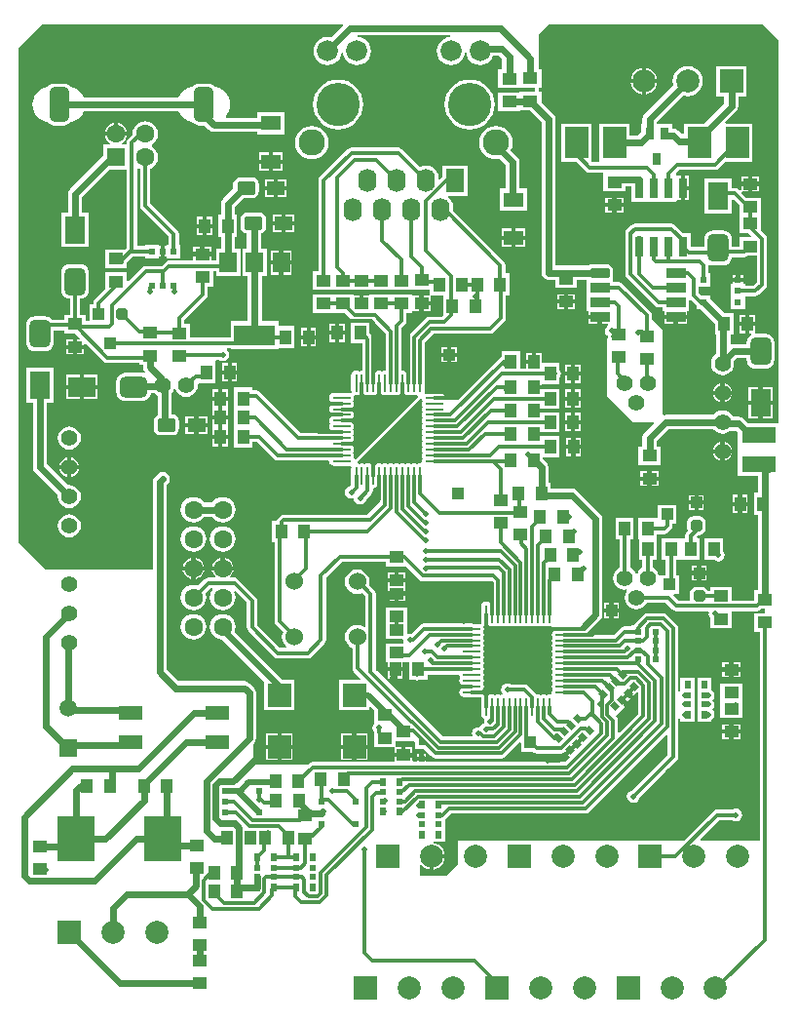
<source format=gtl>
G04*
G04 #@! TF.GenerationSoftware,Altium Limited,Altium Designer,19.1.5 (86)*
G04*
G04 Layer_Physical_Order=1*
G04 Layer_Color=255*
%FSLAX44Y44*%
%MOMM*%
G71*
G01*
G75*
%ADD12C,0.6000*%
%ADD18C,0.3000*%
%ADD20R,1.8000X2.4000*%
G04:AMPARAMS|DCode=21|XSize=1.8mm|YSize=2.4mm|CornerRadius=0.45mm|HoleSize=0mm|Usage=FLASHONLY|Rotation=0.000|XOffset=0mm|YOffset=0mm|HoleType=Round|Shape=RoundedRectangle|*
%AMROUNDEDRECTD21*
21,1,1.8000,1.5000,0,0,0.0*
21,1,0.9000,2.4000,0,0,0.0*
1,1,0.9000,0.4500,-0.7500*
1,1,0.9000,-0.4500,-0.7500*
1,1,0.9000,-0.4500,0.7500*
1,1,0.9000,0.4500,0.7500*
%
%ADD21ROUNDEDRECTD21*%
%ADD22R,2.4000X1.8000*%
G04:AMPARAMS|DCode=23|XSize=1.8mm|YSize=2.4mm|CornerRadius=0.45mm|HoleSize=0mm|Usage=FLASHONLY|Rotation=90.000|XOffset=0mm|YOffset=0mm|HoleType=Round|Shape=RoundedRectangle|*
%AMROUNDEDRECTD23*
21,1,1.8000,1.5000,0,0,90.0*
21,1,0.9000,2.4000,0,0,90.0*
1,1,0.9000,0.7500,0.4500*
1,1,0.9000,0.7500,-0.4500*
1,1,0.9000,-0.7500,-0.4500*
1,1,0.9000,-0.7500,0.4500*
%
%ADD23ROUNDEDRECTD23*%
%ADD24R,0.6000X0.5500*%
%ADD25R,0.6000X0.6500*%
%ADD26R,1.3000X1.0000*%
G04:AMPARAMS|DCode=27|XSize=0.6mm|YSize=0.55mm|CornerRadius=0mm|HoleSize=0mm|Usage=FLASHONLY|Rotation=135.000|XOffset=0mm|YOffset=0mm|HoleType=Round|Shape=Rectangle|*
%AMROTATEDRECTD27*
4,1,4,0.4066,-0.0177,0.0177,-0.4066,-0.4066,0.0177,-0.0177,0.4066,0.4066,-0.0177,0.0*
%
%ADD27ROTATEDRECTD27*%

%ADD28R,2.0000X1.2000*%
%ADD29R,1.0000X1.3000*%
%ADD30R,1.6000X1.2000*%
G04:AMPARAMS|DCode=31|XSize=1.6mm|YSize=1.2mm|CornerRadius=0.3mm|HoleSize=0mm|Usage=FLASHONLY|Rotation=0.000|XOffset=0mm|YOffset=0mm|HoleType=Round|Shape=RoundedRectangle|*
%AMROUNDEDRECTD31*
21,1,1.6000,0.6000,0,0,0.0*
21,1,1.0000,1.2000,0,0,0.0*
1,1,0.6000,0.5000,-0.3000*
1,1,0.6000,-0.5000,-0.3000*
1,1,0.6000,-0.5000,0.3000*
1,1,0.6000,0.5000,0.3000*
%
%ADD31ROUNDEDRECTD31*%
%ADD32R,0.6000X0.6000*%
G04:AMPARAMS|DCode=33|XSize=1mm|YSize=1mm|CornerRadius=0.25mm|HoleSize=0mm|Usage=FLASHONLY|Rotation=270.000|XOffset=0mm|YOffset=0mm|HoleType=Round|Shape=RoundedRectangle|*
%AMROUNDEDRECTD33*
21,1,1.0000,0.5000,0,0,270.0*
21,1,0.5000,1.0000,0,0,270.0*
1,1,0.5000,-0.2500,-0.2500*
1,1,0.5000,-0.2500,0.2500*
1,1,0.5000,0.2500,0.2500*
1,1,0.5000,0.2500,-0.2500*
%
%ADD33ROUNDEDRECTD33*%
%ADD34R,1.0000X1.0000*%
%ADD35R,1.8000X1.3000*%
%ADD36R,2.0000X2.7000*%
%ADD37R,0.8000X1.0000*%
%ADD38R,0.6000X0.6000*%
%ADD39R,3.0000X1.4000*%
%ADD40R,2.0000X2.0000*%
%ADD41R,3.2000X4.0000*%
%ADD42O,0.2500X1.5500*%
%ADD43O,1.5500X0.2500*%
%ADD44R,0.5000X0.5000*%
G04:AMPARAMS|DCode=45|XSize=1mm|YSize=1mm|CornerRadius=0.25mm|HoleSize=0mm|Usage=FLASHONLY|Rotation=180.000|XOffset=0mm|YOffset=0mm|HoleType=Round|Shape=RoundedRectangle|*
%AMROUNDEDRECTD45*
21,1,1.0000,0.5000,0,0,180.0*
21,1,0.5000,1.0000,0,0,180.0*
1,1,0.5000,-0.2500,0.2500*
1,1,0.5000,0.2500,0.2500*
1,1,0.5000,0.2500,-0.2500*
1,1,0.5000,-0.2500,-0.2500*
%
%ADD45ROUNDEDRECTD45*%
%ADD46R,1.0000X1.0000*%
%ADD47R,1.7000X0.9000*%
G04:AMPARAMS|DCode=48|XSize=0.9mm|YSize=1.7mm|CornerRadius=0.225mm|HoleSize=0mm|Usage=FLASHONLY|Rotation=270.000|XOffset=0mm|YOffset=0mm|HoleType=Round|Shape=RoundedRectangle|*
%AMROUNDEDRECTD48*
21,1,0.9000,1.2500,0,0,270.0*
21,1,0.4500,1.7000,0,0,270.0*
1,1,0.4500,-0.6250,-0.2250*
1,1,0.4500,-0.6250,0.2250*
1,1,0.4500,0.6250,0.2250*
1,1,0.4500,0.6250,-0.2250*
%
%ADD48ROUNDEDRECTD48*%
G04:AMPARAMS|DCode=49|XSize=0.73mm|YSize=1.78mm|CornerRadius=0.1825mm|HoleSize=0mm|Usage=FLASHONLY|Rotation=0.000|XOffset=0mm|YOffset=0mm|HoleType=Round|Shape=RoundedRectangle|*
%AMROUNDEDRECTD49*
21,1,0.7300,1.4150,0,0,0.0*
21,1,0.3650,1.7800,0,0,0.0*
1,1,0.3650,0.1825,-0.7075*
1,1,0.3650,-0.1825,-0.7075*
1,1,0.3650,-0.1825,0.7075*
1,1,0.3650,0.1825,0.7075*
%
%ADD49ROUNDEDRECTD49*%
%ADD50R,0.7300X1.7800*%
%ADD98R,3.6000X1.8000*%
%ADD99R,1.5000X1.8000*%
%ADD100C,0.5000*%
%ADD101C,0.1270*%
%ADD102C,1.4000*%
%ADD103C,2.0000*%
%ADD104O,1.5748X2.0320*%
%ADD105R,1.5748X2.0320*%
%ADD106C,1.8288*%
%ADD107C,2.2860*%
%ADD108C,1.5240*%
%ADD109C,1.5000*%
%ADD110R,1.5000X1.5000*%
G04:AMPARAMS|DCode=111|XSize=1.7mm|YSize=3mm|CornerRadius=0.425mm|HoleSize=0mm|Usage=FLASHONLY|Rotation=180.000|XOffset=0mm|YOffset=0mm|HoleType=Round|Shape=RoundedRectangle|*
%AMROUNDEDRECTD111*
21,1,1.7000,2.1500,0,0,180.0*
21,1,0.8500,3.0000,0,0,180.0*
1,1,0.8500,-0.4250,1.0750*
1,1,0.8500,0.4250,1.0750*
1,1,0.8500,0.4250,-1.0750*
1,1,0.8500,-0.4250,-1.0750*
%
%ADD111ROUNDEDRECTD111*%
%ADD112C,1.6000*%
%ADD113R,1.6000X1.6000*%
%ADD114C,0.5000*%
%ADD115C,3.5560*%
G36*
X1938472Y1655490D02*
Y1623681D01*
X1938060Y1623343D01*
X1936402Y1623013D01*
X1935560Y1622451D01*
X1934718Y1623013D01*
X1933060Y1623343D01*
X1931402Y1623013D01*
X1929996Y1622074D01*
X1929511Y1621348D01*
X1929133Y1621600D01*
X1928060Y1621814D01*
X1927648Y1622152D01*
Y1650720D01*
X1927299Y1652476D01*
X1926304Y1653964D01*
X1924430Y1655839D01*
Y1665580D01*
X1924430D01*
X1924715Y1666732D01*
X1927229D01*
X1938472Y1655490D01*
D02*
G37*
G36*
X1953726Y1611228D02*
Y1606010D01*
X1954056Y1604352D01*
X1954510Y1603672D01*
X1954511Y1603672D01*
X1954996Y1602946D01*
X1956402Y1602007D01*
X1958060Y1601677D01*
X1959718Y1602007D01*
X1960560Y1602569D01*
X1961402Y1602007D01*
X1963060Y1601677D01*
X1964718Y1602007D01*
X1965069Y1602241D01*
X1966104Y1601831D01*
X1966464Y1600542D01*
X1912278Y1546356D01*
X1910989Y1546716D01*
X1910579Y1547751D01*
X1910813Y1548102D01*
X1911143Y1549760D01*
X1910813Y1551418D01*
X1910251Y1552260D01*
X1910813Y1553102D01*
X1911143Y1554760D01*
X1910813Y1556418D01*
X1909874Y1557824D01*
X1909148Y1558309D01*
X1909148Y1558309D01*
X1908468Y1558764D01*
X1906810Y1559094D01*
X1901591D01*
X1900310Y1559348D01*
Y1560171D01*
X1901591Y1560426D01*
X1906810D01*
X1908468Y1560756D01*
X1909148Y1561210D01*
X1909148Y1561211D01*
X1909874Y1561696D01*
X1910813Y1563102D01*
X1911143Y1564760D01*
X1910813Y1566418D01*
X1910251Y1567260D01*
X1910813Y1568102D01*
X1911143Y1569760D01*
X1910813Y1571418D01*
X1910251Y1572260D01*
X1910813Y1573102D01*
X1911143Y1574760D01*
X1910813Y1576418D01*
X1909874Y1577824D01*
X1909148Y1578309D01*
X1909148Y1578309D01*
X1908468Y1578764D01*
X1906810Y1579094D01*
X1900310D01*
Y1580171D01*
X1901591Y1580426D01*
X1906810D01*
X1908468Y1580756D01*
X1909148Y1581210D01*
X1909148Y1581211D01*
X1909874Y1581696D01*
X1910813Y1583102D01*
X1911143Y1584760D01*
X1910813Y1586418D01*
X1909874Y1587824D01*
X1909148Y1588309D01*
X1909148Y1588309D01*
X1908468Y1588764D01*
X1906810Y1589094D01*
X1901591D01*
X1900310Y1589349D01*
Y1590171D01*
X1901591Y1590426D01*
X1906810D01*
X1908468Y1590756D01*
X1909148Y1591210D01*
X1909148Y1591211D01*
X1909874Y1591696D01*
X1910813Y1593102D01*
X1911143Y1594760D01*
X1910813Y1596418D01*
X1910251Y1597260D01*
X1910813Y1598102D01*
X1911143Y1599760D01*
X1910915Y1600907D01*
X1910930Y1600941D01*
X1911879Y1601890D01*
X1911913Y1601905D01*
X1913060Y1601677D01*
X1914718Y1602007D01*
X1916124Y1602946D01*
X1916609Y1603672D01*
X1916610Y1603672D01*
X1917064Y1604352D01*
X1917394Y1606010D01*
Y1612510D01*
X1918471D01*
X1918726Y1611228D01*
Y1606010D01*
X1919056Y1604352D01*
X1919510Y1603672D01*
X1919511Y1603672D01*
X1919996Y1602946D01*
X1921402Y1602007D01*
X1923060Y1601677D01*
X1924718Y1602007D01*
X1925560Y1602569D01*
X1926402Y1602007D01*
X1928060Y1601677D01*
X1929718Y1602007D01*
X1931124Y1602946D01*
X1931609Y1603672D01*
X1931610Y1603672D01*
X1932064Y1604352D01*
X1932394Y1606010D01*
Y1611228D01*
X1932649Y1612510D01*
X1933726D01*
Y1606010D01*
X1934056Y1604352D01*
X1934510Y1603672D01*
X1934511Y1603672D01*
X1934996Y1602946D01*
X1936402Y1602007D01*
X1938060Y1601677D01*
X1939718Y1602007D01*
X1940560Y1602569D01*
X1941402Y1602007D01*
X1943060Y1601677D01*
X1944718Y1602007D01*
X1945560Y1602569D01*
X1946402Y1602007D01*
X1948060Y1601677D01*
X1949718Y1602007D01*
X1951124Y1602946D01*
X1951609Y1603672D01*
X1951610Y1603672D01*
X1952064Y1604352D01*
X1952394Y1606010D01*
Y1611228D01*
X1952649Y1612510D01*
X1953471D01*
X1953726Y1611228D01*
D02*
G37*
G36*
X2279650Y1910080D02*
Y1580515D01*
Y1577340D01*
X2253631D01*
X2249566Y1581405D01*
X2247582Y1582731D01*
X2245241Y1583197D01*
X2240314D01*
X2240125Y1583653D01*
X2238522Y1585742D01*
X2236433Y1587345D01*
X2234001Y1588353D01*
X2231390Y1588696D01*
X2228779Y1588353D01*
X2226347Y1587345D01*
X2224258Y1585742D01*
X2223479Y1584727D01*
X2181860D01*
X2180590Y1584475D01*
X2179320Y1585517D01*
Y1658620D01*
X2169938Y1668002D01*
Y1671320D01*
X2169589Y1673076D01*
X2168594Y1674564D01*
X2144464Y1698694D01*
X2142976Y1699689D01*
X2141220Y1700038D01*
X2136210D01*
Y1702950D01*
X2136210Y1702950D01*
X2135979Y1704220D01*
X2136313Y1705900D01*
Y1710400D01*
X2135905Y1712448D01*
X2134745Y1714185D01*
X2133008Y1715345D01*
X2130960Y1715753D01*
X2118460D01*
X2116412Y1715345D01*
X2114798Y1714267D01*
X2086378D01*
Y1841300D01*
X2085912Y1843641D01*
X2084586Y1845626D01*
X2074000Y1856212D01*
Y1865060D01*
X2071370D01*
Y1869060D01*
X2074000D01*
Y1885060D01*
X2071370D01*
Y1915160D01*
X2080260Y1924050D01*
X2265680Y1924050D01*
X2279650Y1910080D01*
D02*
G37*
G36*
X1970049Y1598599D02*
X1970166Y1598542D01*
X1970227Y1598501D01*
X1970307Y1598102D01*
X1970869Y1597260D01*
X1970307Y1596418D01*
X1969977Y1594760D01*
X1970307Y1593102D01*
X1970869Y1592260D01*
X1970307Y1591418D01*
X1969977Y1589760D01*
X1970307Y1588102D01*
X1970869Y1587260D01*
X1970307Y1586418D01*
X1969977Y1584760D01*
X1970307Y1583102D01*
X1970869Y1582260D01*
X1970307Y1581418D01*
X1969977Y1579760D01*
X1970307Y1578102D01*
X1970869Y1577260D01*
X1970307Y1576418D01*
X1969977Y1574760D01*
X1970307Y1573102D01*
X1970869Y1572260D01*
X1970307Y1571418D01*
X1969977Y1569760D01*
X1970307Y1568102D01*
X1970869Y1567260D01*
X1970307Y1566418D01*
X1969977Y1564760D01*
X1970307Y1563102D01*
X1970869Y1562260D01*
X1970307Y1561418D01*
X1969977Y1559760D01*
X1970307Y1558102D01*
X1970869Y1557260D01*
X1970307Y1556418D01*
X1969977Y1554760D01*
X1970307Y1553102D01*
X1970869Y1552260D01*
X1970307Y1551418D01*
X1969977Y1549760D01*
X1970307Y1548102D01*
X1970869Y1547260D01*
X1970307Y1546418D01*
X1969977Y1544760D01*
X1970015Y1544565D01*
X1968255Y1542805D01*
X1968060Y1542843D01*
X1966402Y1542513D01*
X1965560Y1541951D01*
X1964718Y1542513D01*
X1963060Y1542843D01*
X1961402Y1542513D01*
X1960560Y1541951D01*
X1959718Y1542513D01*
X1958060Y1542843D01*
X1956402Y1542513D01*
X1955560Y1541951D01*
X1954718Y1542513D01*
X1953060Y1542843D01*
X1951402Y1542513D01*
X1950560Y1541951D01*
X1949718Y1542513D01*
X1948060Y1542843D01*
X1946402Y1542513D01*
X1945560Y1541951D01*
X1944718Y1542513D01*
X1943060Y1542843D01*
X1941402Y1542513D01*
X1940560Y1541951D01*
X1939718Y1542513D01*
X1938060Y1542843D01*
X1936402Y1542513D01*
X1935560Y1541951D01*
X1934718Y1542513D01*
X1933060Y1542843D01*
X1931402Y1542513D01*
X1929996Y1541574D01*
X1929511Y1540848D01*
X1929510Y1540848D01*
X1929056Y1540168D01*
X1928726Y1538510D01*
Y1533291D01*
X1928471Y1532010D01*
X1927649D01*
X1927394Y1533291D01*
Y1538510D01*
X1927064Y1540168D01*
X1926610Y1540848D01*
X1926609Y1540848D01*
X1926124Y1541574D01*
X1924718Y1542513D01*
X1923060Y1542843D01*
X1921402Y1542513D01*
X1920560Y1541951D01*
X1919718Y1542513D01*
X1918060Y1542843D01*
X1916402Y1542513D01*
X1915560Y1541951D01*
X1914718Y1542513D01*
X1914319Y1542593D01*
X1914278Y1542654D01*
X1914221Y1542772D01*
X1914067Y1543938D01*
X1914096Y1543962D01*
X1914441Y1544193D01*
X1968627Y1598379D01*
X1968858Y1598724D01*
X1968882Y1598753D01*
X1970049Y1598599D01*
D02*
G37*
G36*
X1901315Y1924050D02*
X1901801Y1922877D01*
X1891413Y1912489D01*
X1891406Y1912491D01*
X1888236Y1912909D01*
X1885066Y1912491D01*
X1882112Y1911268D01*
X1879575Y1909321D01*
X1877628Y1906784D01*
X1876405Y1903830D01*
X1875987Y1900660D01*
X1876405Y1897490D01*
X1877628Y1894536D01*
X1879575Y1891999D01*
X1882112Y1890052D01*
X1885066Y1888828D01*
X1888236Y1888411D01*
X1891406Y1888828D01*
X1894360Y1890052D01*
X1896897Y1891999D01*
X1898844Y1894536D01*
X1900067Y1897490D01*
X1900312Y1899351D01*
X1901593D01*
X1901839Y1897490D01*
X1903062Y1894536D01*
X1905009Y1891999D01*
X1907546Y1890052D01*
X1910500Y1888828D01*
X1913670Y1888411D01*
X1916840Y1888828D01*
X1919794Y1890052D01*
X1922331Y1891999D01*
X1924278Y1894536D01*
X1925501Y1897490D01*
X1925919Y1900660D01*
X1925501Y1903830D01*
X1924278Y1906784D01*
X1922331Y1909321D01*
X1919794Y1911268D01*
X1916840Y1912491D01*
X1914097Y1912852D01*
X1914180Y1914122D01*
X1994914D01*
X1994997Y1912852D01*
X1992254Y1912491D01*
X1989300Y1911268D01*
X1986763Y1909321D01*
X1984816Y1906784D01*
X1983593Y1903830D01*
X1983175Y1900660D01*
X1983593Y1897490D01*
X1984816Y1894536D01*
X1986763Y1891999D01*
X1989300Y1890052D01*
X1992254Y1888828D01*
X1995424Y1888411D01*
X1998594Y1888828D01*
X2001548Y1890052D01*
X2004085Y1891999D01*
X2006032Y1894536D01*
X2007255Y1897490D01*
X2007437Y1898865D01*
X2008717D01*
X2008899Y1897490D01*
X2010122Y1894536D01*
X2012069Y1891999D01*
X2014606Y1890052D01*
X2017560Y1888828D01*
X2020730Y1888411D01*
X2023900Y1888828D01*
X2026854Y1890052D01*
X2029391Y1891999D01*
X2031338Y1894536D01*
X2032086Y1896342D01*
X2037086D01*
X2039852Y1893576D01*
Y1884740D01*
X2036470D01*
Y1868740D01*
X2055470D01*
Y1869060D01*
X2068017D01*
Y1865060D01*
X2055000D01*
Y1864740D01*
X2036470D01*
Y1848740D01*
X2055470D01*
Y1849060D01*
X2063849D01*
X2074142Y1838766D01*
Y1708150D01*
X2074608Y1705809D01*
X2075934Y1703824D01*
X2077919Y1702498D01*
X2080260Y1702032D01*
X2086000D01*
Y1695070D01*
X2105000D01*
Y1702032D01*
X2113210D01*
Y1687950D01*
Y1675250D01*
X2114710D01*
Y1671800D01*
X2124710D01*
Y1670050D01*
X2126460D01*
Y1664050D01*
X2131648D01*
X2131720Y1662810D01*
X2131129Y1661785D01*
X2130905Y1661635D01*
X2129689Y1659816D01*
X2129262Y1657670D01*
X2129689Y1655524D01*
X2130905Y1653705D01*
X2131561Y1653266D01*
X2131552Y1653220D01*
X2131720Y1652375D01*
Y1651660D01*
X2131060Y1651000D01*
X2131060Y1601470D01*
X2153920Y1578610D01*
X2171549D01*
X2172035Y1577437D01*
X2163564Y1568966D01*
X2162238Y1566981D01*
X2161772Y1564640D01*
Y1557400D01*
X2158390D01*
Y1541400D01*
X2177390D01*
Y1557400D01*
X2174008D01*
Y1562106D01*
X2184394Y1572493D01*
X2223479D01*
X2224258Y1571478D01*
X2226347Y1569875D01*
X2228779Y1568867D01*
X2231390Y1568524D01*
X2234001Y1568867D01*
X2236433Y1569875D01*
X2237849Y1570962D01*
X2242707D01*
X2244090Y1569579D01*
Y1531620D01*
X2262103D01*
Y1516990D01*
X2258630D01*
Y1497990D01*
X2262103D01*
Y1432620D01*
X2258720D01*
Y1423568D01*
X2239620D01*
Y1435480D01*
X2220620D01*
Y1432068D01*
X2218762D01*
X2218751Y1432126D01*
X2217535Y1433945D01*
X2215716Y1435161D01*
X2213570Y1435588D01*
X2208570D01*
X2206424Y1435161D01*
X2204605Y1433945D01*
X2203389Y1432126D01*
X2202962Y1429980D01*
Y1424980D01*
X2203048Y1424550D01*
X2202242Y1423568D01*
X2193261D01*
X2188620Y1428210D01*
X2189146Y1429480D01*
X2193570D01*
Y1445480D01*
X2191208D01*
Y1458620D01*
X2194500D01*
X2194620Y1458620D01*
X2195770D01*
X2195890Y1458620D01*
X2211770D01*
Y1477620D01*
X2209805D01*
X2209279Y1478890D01*
X2210881Y1480492D01*
X2211130D01*
X2213276Y1480919D01*
X2215095Y1482135D01*
X2216311Y1483954D01*
X2216738Y1486100D01*
Y1491100D01*
X2216311Y1493246D01*
X2215095Y1495065D01*
X2213276Y1496281D01*
X2211130Y1496708D01*
X2206130D01*
X2203984Y1496281D01*
X2202165Y1495065D01*
X2200949Y1493246D01*
X2200522Y1491100D01*
Y1486100D01*
X2200949Y1483954D01*
X2201116Y1483705D01*
X2200526Y1483114D01*
X2199531Y1481626D01*
X2199182Y1479870D01*
Y1477620D01*
X2195890D01*
X2195770Y1477620D01*
X2194620D01*
X2194500Y1477620D01*
X2178620D01*
Y1458620D01*
X2182032D01*
Y1445480D01*
X2177570D01*
Y1445164D01*
X2176300Y1445080D01*
X2176203Y1445820D01*
X2175195Y1448253D01*
X2173592Y1450342D01*
X2171503Y1451945D01*
X2171048Y1452133D01*
Y1458620D01*
X2174620D01*
Y1477620D01*
X2174300D01*
Y1481312D01*
X2180590D01*
X2182346Y1481661D01*
X2183834Y1482656D01*
X2186374Y1485196D01*
X2187369Y1486684D01*
X2187718Y1488440D01*
Y1490600D01*
X2191130D01*
Y1506600D01*
X2175130D01*
Y1496326D01*
X2174300Y1495400D01*
X2158300D01*
Y1476400D01*
X2158620D01*
Y1458620D01*
X2161872D01*
Y1452133D01*
X2161417Y1451945D01*
X2159328Y1450342D01*
X2157725Y1448253D01*
X2157147Y1446858D01*
X2155773D01*
X2155195Y1448253D01*
X2153592Y1450342D01*
X2151503Y1451945D01*
X2151048Y1452133D01*
Y1476400D01*
X2154300D01*
Y1495400D01*
X2138300D01*
Y1476400D01*
X2141872D01*
Y1452133D01*
X2141417Y1451945D01*
X2139328Y1450342D01*
X2137725Y1448253D01*
X2136717Y1445820D01*
X2136374Y1443210D01*
X2136717Y1440600D01*
X2137725Y1438167D01*
X2139328Y1436078D01*
X2141417Y1434475D01*
X2143849Y1433467D01*
X2146460Y1433124D01*
X2147683Y1433285D01*
X2148371Y1432094D01*
X2147725Y1431253D01*
X2146717Y1428820D01*
X2146374Y1426210D01*
X2146717Y1423600D01*
X2147725Y1421167D01*
X2149328Y1419078D01*
X2151417Y1417475D01*
X2153849Y1416467D01*
X2156460Y1416124D01*
X2159070Y1416467D01*
X2161503Y1417475D01*
X2163592Y1419078D01*
X2165195Y1421167D01*
X2165383Y1421622D01*
X2182231D01*
X2188117Y1415736D01*
X2189605Y1414741D01*
X2191361Y1414392D01*
X2218565D01*
X2219608Y1413122D01*
X2219432Y1412240D01*
X2219859Y1410094D01*
X2220620Y1408955D01*
Y1399480D01*
X2239620D01*
Y1414392D01*
X2261080D01*
X2262836Y1414741D01*
X2264324Y1415736D01*
X2265209Y1416620D01*
X2268220D01*
Y1412620D01*
X2258720D01*
Y1396620D01*
X2263632D01*
Y1215390D01*
X2212572D01*
X2212086Y1216563D01*
X2228485Y1232962D01*
X2239957D01*
X2240844Y1232369D01*
X2242990Y1231942D01*
X2245136Y1232369D01*
X2246955Y1233585D01*
X2248171Y1235404D01*
X2248598Y1237550D01*
X2248171Y1239696D01*
X2246955Y1241515D01*
X2245136Y1242731D01*
X2242990Y1243158D01*
X2240844Y1242731D01*
X2239957Y1242138D01*
X2226584D01*
X2224829Y1241789D01*
X2223340Y1240794D01*
X2197936Y1215390D01*
X2001520D01*
X2001520Y1195168D01*
X1991262Y1184910D01*
X1968500D01*
Y1193553D01*
X1969770Y1193985D01*
X1970358Y1193218D01*
X1972760Y1191375D01*
X1975558Y1190216D01*
X1976810Y1190051D01*
Y1201420D01*
X1978560D01*
Y1203170D01*
X1989929D01*
X1989764Y1204422D01*
X1988605Y1207220D01*
X1986762Y1209622D01*
X1984360Y1211465D01*
X1981562Y1212624D01*
X1979922Y1212840D01*
X1980005Y1214110D01*
X1990520D01*
Y1223610D01*
Y1233679D01*
X1991174Y1234116D01*
X1995800Y1238742D01*
X2112010Y1238742D01*
X2113766Y1239091D01*
X2115254Y1240086D01*
X2182448Y1307280D01*
X2183622Y1306794D01*
Y1289680D01*
X2152820Y1258879D01*
X2151774Y1258671D01*
X2149955Y1257455D01*
X2148739Y1255636D01*
X2148312Y1253490D01*
X2148739Y1251344D01*
X2149955Y1249525D01*
X2151774Y1248309D01*
X2153920Y1247882D01*
X2156066Y1248309D01*
X2157885Y1249525D01*
X2159101Y1251344D01*
X2159309Y1252390D01*
X2191454Y1284536D01*
X2192449Y1286024D01*
X2192798Y1287780D01*
Y1320763D01*
X2194068Y1321148D01*
X2194405Y1320645D01*
X2194910Y1320307D01*
Y1318360D01*
X2206910D01*
Y1327860D01*
Y1335860D01*
Y1344360D01*
Y1356860D01*
X2194910D01*
Y1345423D01*
X2194405Y1345085D01*
X2194068Y1344582D01*
X2192798Y1344967D01*
Y1399540D01*
X2192449Y1401296D01*
X2191454Y1402784D01*
X2183254Y1410984D01*
X2181766Y1411979D01*
X2180010Y1412328D01*
X2166120D01*
X2164364Y1411979D01*
X2162876Y1410984D01*
X2154976Y1403084D01*
X2154411Y1402240D01*
X2152220D01*
Y1401078D01*
X2146070D01*
X2144314Y1400729D01*
X2142826Y1399734D01*
X2136779Y1393688D01*
X2113324D01*
X2112921Y1394199D01*
X2113144Y1395494D01*
X2114626Y1396484D01*
X2125226Y1407084D01*
X2126552Y1409069D01*
X2127018Y1411410D01*
Y1494790D01*
X2126552Y1497131D01*
X2125226Y1499116D01*
X2105136Y1519206D01*
X2103151Y1520532D01*
X2100810Y1520997D01*
X2081910D01*
Y1525880D01*
X2080027D01*
Y1539240D01*
X2079562Y1541581D01*
X2078236Y1543566D01*
X2075560Y1546241D01*
Y1547520D01*
X2089850D01*
Y1566520D01*
X2074060D01*
Y1569110D01*
X2089530D01*
Y1588110D01*
X2074060D01*
Y1589430D01*
X2089530D01*
Y1608430D01*
X2074060D01*
Y1611020D01*
X2089530D01*
Y1616891D01*
X2090521Y1618374D01*
X2090948Y1620520D01*
X2090521Y1622666D01*
X2089530Y1624149D01*
Y1630020D01*
X2074060D01*
Y1638680D01*
X2069310D01*
Y1630680D01*
X2067560D01*
Y1628930D01*
X2061060D01*
Y1625108D01*
X2055560D01*
Y1640180D01*
X2039560D01*
Y1635003D01*
X2039139Y1634919D01*
X2037651Y1633924D01*
X2003926Y1600200D01*
X1991262D01*
X1988722Y1602740D01*
X1972310Y1602740D01*
Y1605591D01*
X1972393Y1606010D01*
Y1611228D01*
X1972648Y1612510D01*
Y1618015D01*
Y1647939D01*
X1980011Y1655302D01*
X2029460D01*
X2031216Y1655651D01*
X2032704Y1656646D01*
X2041594Y1665536D01*
X2042589Y1667024D01*
X2042938Y1668780D01*
Y1688490D01*
X2046030D01*
Y1707490D01*
X2042618D01*
Y1714820D01*
X2042269Y1716576D01*
X2041274Y1718064D01*
X2040890Y1718449D01*
D01*
X1997248Y1762091D01*
Y1765046D01*
X1996874Y1767885D01*
X1995778Y1770530D01*
X1994035Y1772801D01*
X1992825Y1773730D01*
X1993256Y1775000D01*
X2009854D01*
Y1801320D01*
X1988106D01*
Y1791395D01*
X1985721Y1789010D01*
X1984548Y1789496D01*
Y1790446D01*
X1984174Y1793285D01*
X1983078Y1795930D01*
X1981335Y1798201D01*
X1979064Y1799944D01*
X1976419Y1801040D01*
X1973580Y1801414D01*
X1970741Y1801040D01*
X1968229Y1800000D01*
X1952694Y1815534D01*
X1951206Y1816529D01*
X1949450Y1816878D01*
X1908810D01*
X1907054Y1816529D01*
X1905566Y1815534D01*
X1881436Y1791404D01*
X1880441Y1789916D01*
X1880092Y1788160D01*
Y1709480D01*
X1875180D01*
Y1693480D01*
X1961490D01*
Y1693710D01*
X1977010D01*
Y1689480D01*
X1977010Y1688490D01*
X1975856Y1688210D01*
X1971520D01*
Y1683460D01*
X1977770D01*
Y1687220D01*
X1977770Y1688210D01*
X1978924Y1688490D01*
X1988760D01*
Y1671399D01*
X1987554Y1670193D01*
X1976755D01*
X1974999Y1669844D01*
X1973511Y1668849D01*
X1959816Y1655154D01*
X1958821Y1653666D01*
X1958472Y1651910D01*
Y1622152D01*
X1958060Y1621814D01*
X1956987Y1621600D01*
X1956609Y1621348D01*
X1956124Y1622074D01*
X1954718Y1623013D01*
X1953060Y1623343D01*
X1952648Y1623681D01*
Y1660410D01*
X1955234Y1662996D01*
X1956229Y1664484D01*
X1956578Y1666240D01*
Y1673480D01*
X1961490D01*
Y1674056D01*
X1961770Y1675210D01*
X1962760Y1675210D01*
X1968020D01*
Y1681710D01*
Y1688210D01*
X1961770Y1688210D01*
X1961490Y1689364D01*
Y1689480D01*
X1924710D01*
Y1687980D01*
X1919450D01*
Y1681480D01*
X1915950D01*
Y1687980D01*
X1910690D01*
Y1689480D01*
X1875180D01*
Y1673480D01*
X1902701D01*
X1908106Y1668076D01*
X1909594Y1667081D01*
X1910756Y1666850D01*
X1910631Y1665580D01*
X1908430D01*
Y1646580D01*
X1918472D01*
Y1623681D01*
X1918060Y1623343D01*
X1916402Y1623013D01*
X1915560Y1622451D01*
X1914718Y1623013D01*
X1913060Y1623343D01*
X1911402Y1623013D01*
X1909996Y1622074D01*
X1909057Y1620668D01*
X1908727Y1619010D01*
Y1606010D01*
X1908955Y1604863D01*
X1908940Y1604829D01*
X1907991Y1603880D01*
X1907957Y1603865D01*
X1906810Y1604093D01*
X1893810D01*
X1892152Y1603763D01*
X1890746Y1602824D01*
X1889807Y1601418D01*
X1889477Y1599760D01*
X1889807Y1598102D01*
X1890746Y1596696D01*
X1891472Y1596211D01*
X1891472Y1596210D01*
X1892151Y1595756D01*
X1893810Y1595426D01*
X1900310D01*
Y1594348D01*
X1899028Y1594094D01*
X1893810D01*
X1892151Y1593764D01*
X1891472Y1593309D01*
X1891472Y1593309D01*
X1890746Y1592824D01*
X1889807Y1591418D01*
X1889477Y1589760D01*
X1889807Y1588102D01*
X1890746Y1586696D01*
X1891472Y1586211D01*
X1891472Y1586210D01*
X1892151Y1585756D01*
X1893810Y1585426D01*
X1899028D01*
X1900310Y1585171D01*
Y1584348D01*
X1899028Y1584094D01*
X1893810D01*
X1892151Y1583764D01*
X1891472Y1583310D01*
X1891472Y1583309D01*
X1890746Y1582824D01*
X1889807Y1581418D01*
X1889477Y1579760D01*
X1889807Y1578102D01*
X1890369Y1577260D01*
X1889807Y1576418D01*
X1889477Y1574760D01*
X1889807Y1573102D01*
X1890746Y1571696D01*
X1891472Y1571211D01*
X1891220Y1570833D01*
X1891006Y1569760D01*
X1890668Y1569348D01*
X1864870D01*
X1829504Y1604714D01*
X1828016Y1605709D01*
X1826260Y1606058D01*
X1822830D01*
Y1608430D01*
X1806830D01*
Y1589430D01*
Y1572920D01*
Y1555950D01*
X1822830D01*
Y1561322D01*
X1826900D01*
X1841706Y1546516D01*
X1843194Y1545521D01*
X1844950Y1545172D01*
X1889139D01*
X1889477Y1544760D01*
X1889807Y1543102D01*
X1890746Y1541696D01*
X1892152Y1540757D01*
X1893810Y1540427D01*
X1906810D01*
X1907957Y1540655D01*
X1907991Y1540640D01*
X1908940Y1539691D01*
X1908955Y1539657D01*
X1908727Y1538510D01*
Y1533291D01*
X1908472Y1532010D01*
Y1523801D01*
X1907710Y1523039D01*
X1906664Y1522831D01*
X1904845Y1521615D01*
X1903629Y1519796D01*
X1903202Y1517650D01*
X1903629Y1515504D01*
X1904845Y1513685D01*
X1906664Y1512469D01*
X1908810Y1512042D01*
X1910847Y1512447D01*
X1911249Y1510424D01*
X1912465Y1508605D01*
X1914284Y1507389D01*
X1916430Y1506962D01*
X1918576Y1507389D01*
X1920395Y1508605D01*
X1921611Y1510424D01*
X1921819Y1511470D01*
X1926304Y1515956D01*
X1927299Y1517444D01*
X1927648Y1519200D01*
Y1520839D01*
X1928060Y1521177D01*
X1929189Y1521401D01*
X1929357Y1521232D01*
X1929610Y1521485D01*
X1929718Y1521507D01*
X1931124Y1522446D01*
X1931609Y1523172D01*
X1931987Y1522920D01*
X1933060Y1522706D01*
X1933472Y1522368D01*
Y1509252D01*
X1922168Y1497948D01*
X1849607D01*
X1847852Y1497599D01*
X1846363Y1496604D01*
X1844606Y1494847D01*
X1843611Y1493358D01*
X1843512Y1492860D01*
X1839850D01*
Y1473860D01*
X1841992D01*
Y1450389D01*
X1841692D01*
X1841992Y1450090D01*
Y1405890D01*
X1842341Y1404134D01*
X1843336Y1402646D01*
X1849623Y1396358D01*
X1848933Y1394692D01*
X1848568Y1391920D01*
X1848933Y1389148D01*
X1850003Y1386564D01*
X1851706Y1384346D01*
X1852406Y1383808D01*
X1851975Y1382538D01*
X1846662D01*
X1827038Y1402162D01*
Y1423670D01*
X1826689Y1425426D01*
X1825694Y1426914D01*
X1810454Y1442154D01*
X1808966Y1443149D01*
X1807210Y1443498D01*
X1804059D01*
X1803651Y1444701D01*
X1803825Y1444834D01*
X1805348Y1446819D01*
X1806306Y1449130D01*
X1806402Y1449860D01*
X1797050D01*
X1787698D01*
X1787794Y1449130D01*
X1788752Y1446819D01*
X1790275Y1444834D01*
X1790449Y1444701D01*
X1790041Y1443498D01*
X1784350D01*
X1782594Y1443149D01*
X1781106Y1442154D01*
X1775481Y1436530D01*
X1774522Y1436927D01*
X1771650Y1437305D01*
X1768778Y1436927D01*
X1766102Y1435818D01*
X1763805Y1434055D01*
X1762041Y1431758D01*
X1760933Y1429082D01*
X1760555Y1426210D01*
X1760933Y1423338D01*
X1762041Y1420663D01*
X1763805Y1418365D01*
X1766102Y1416602D01*
X1768778Y1415493D01*
X1771650Y1415115D01*
X1774522Y1415493D01*
X1777198Y1416602D01*
X1779495Y1418365D01*
X1781259Y1420663D01*
X1782367Y1423338D01*
X1782745Y1426210D01*
X1782367Y1429082D01*
X1781969Y1430041D01*
X1786250Y1434322D01*
X1787809D01*
X1788435Y1433052D01*
X1787442Y1431758D01*
X1786333Y1429082D01*
X1785955Y1426210D01*
X1786333Y1423338D01*
X1787442Y1420663D01*
X1789205Y1418365D01*
X1791503Y1416602D01*
X1794178Y1415493D01*
X1797050Y1415115D01*
X1799922Y1415493D01*
X1802598Y1416602D01*
X1804895Y1418365D01*
X1806658Y1420663D01*
X1807767Y1423338D01*
X1808145Y1426210D01*
X1807767Y1429082D01*
X1807069Y1430766D01*
X1808146Y1431486D01*
X1817862Y1421770D01*
Y1400261D01*
X1818211Y1398505D01*
X1819206Y1397017D01*
X1841517Y1374706D01*
X1843005Y1373711D01*
X1844761Y1373362D01*
X1870790D01*
X1872546Y1373711D01*
X1874034Y1374706D01*
X1885464Y1386136D01*
X1886459Y1387624D01*
X1886808Y1389380D01*
Y1443439D01*
X1900551Y1457182D01*
X1938680D01*
Y1453450D01*
X1955779D01*
X1968969Y1440260D01*
X2030511Y1440260D01*
X2031502Y1439270D01*
Y1421492D01*
X2031090Y1421154D01*
X2030017Y1420940D01*
X2029639Y1420688D01*
X2029154Y1421414D01*
X2027748Y1422353D01*
X2026090Y1422683D01*
X2024432Y1422353D01*
X2023026Y1421414D01*
X2022087Y1420008D01*
X2021757Y1418350D01*
Y1413132D01*
X2021502Y1411850D01*
Y1403350D01*
X2020259D01*
X2019840Y1403433D01*
X2014621D01*
X2013340Y1403688D01*
X1971870D01*
X1970114Y1403339D01*
X1968626Y1402344D01*
X1960994Y1394713D01*
X1959610Y1394988D01*
X1958662Y1394799D01*
X1957680Y1395605D01*
Y1401700D01*
Y1417700D01*
X1938680D01*
Y1401700D01*
Y1390270D01*
X1953272D01*
X1954002Y1389380D01*
X1954368Y1387540D01*
X1953662Y1386270D01*
X1938680D01*
Y1370270D01*
X1940410D01*
Y1365730D01*
X1946910D01*
X1953410D01*
Y1370270D01*
X1957680D01*
Y1370270D01*
X1958910Y1370173D01*
Y1354480D01*
X1965114D01*
X1965960Y1354312D01*
X1966806Y1354480D01*
X1974910D01*
Y1359312D01*
X2002333D01*
X2002507Y1359100D01*
X2002837Y1357442D01*
X2003399Y1356600D01*
X2002837Y1355758D01*
X2002507Y1354100D01*
X2002837Y1352442D01*
X2003776Y1351036D01*
X2004502Y1350551D01*
X2004250Y1350173D01*
X2004036Y1349100D01*
X2004250Y1348027D01*
X2004502Y1347649D01*
X2003776Y1347164D01*
X2002837Y1345758D01*
X2002507Y1344100D01*
X2002837Y1342442D01*
X2003776Y1341036D01*
X2005182Y1340097D01*
X2006840Y1339767D01*
X2012059D01*
X2013340Y1339512D01*
X2021502D01*
Y1331350D01*
X2021757Y1330069D01*
Y1324850D01*
X2022087Y1323192D01*
X2023026Y1321786D01*
X2024432Y1320847D01*
X2024468Y1319545D01*
X2024212Y1318260D01*
X2024409Y1317271D01*
X2023504Y1317091D01*
X2021685Y1315875D01*
X2020469Y1314056D01*
X2020358Y1313497D01*
X2019300Y1313708D01*
X2017154Y1313281D01*
X2015335Y1312065D01*
X2014119Y1310246D01*
X2013692Y1308100D01*
X2013957Y1306768D01*
X2013013Y1305498D01*
X1988411D01*
X1930269Y1363641D01*
Y1429400D01*
X1929919Y1431155D01*
X1928925Y1432644D01*
X1924258Y1437310D01*
X1924602Y1439920D01*
X1924237Y1442692D01*
X1923167Y1445276D01*
X1921464Y1447494D01*
X1919246Y1449197D01*
X1916662Y1450267D01*
X1913890Y1450632D01*
X1911118Y1450267D01*
X1908534Y1449197D01*
X1906316Y1447494D01*
X1904613Y1445276D01*
X1903543Y1442692D01*
X1903178Y1439920D01*
X1903543Y1437148D01*
X1904613Y1434564D01*
X1906316Y1432346D01*
X1908534Y1430643D01*
X1911118Y1429573D01*
X1913890Y1429208D01*
X1916662Y1429573D01*
X1918328Y1430263D01*
X1921092Y1427499D01*
Y1401215D01*
X1919953Y1400654D01*
X1919246Y1401197D01*
X1916662Y1402267D01*
X1913890Y1402632D01*
X1911118Y1402267D01*
X1908534Y1401197D01*
X1906316Y1399494D01*
X1904613Y1397276D01*
X1903543Y1394692D01*
X1903178Y1391920D01*
X1903543Y1389148D01*
X1904613Y1386564D01*
X1906316Y1384346D01*
X1908534Y1382643D01*
X1909937Y1382062D01*
Y1364615D01*
X1910286Y1362859D01*
X1911281Y1361371D01*
X1916808Y1355843D01*
X1916322Y1354670D01*
X1898350D01*
Y1328670D01*
X1924350D01*
Y1331230D01*
X1925523Y1331716D01*
X1928520Y1328719D01*
Y1316465D01*
X1927759Y1315326D01*
X1927332Y1313180D01*
X1927759Y1311034D01*
X1928352Y1310147D01*
Y1309370D01*
X1928520Y1308524D01*
Y1296290D01*
X1946050D01*
Y1291600D01*
X1952300D01*
Y1296350D01*
X1947520D01*
Y1301850D01*
X1963550D01*
X1964270Y1300878D01*
Y1295010D01*
X1971780D01*
X1977935Y1288855D01*
X1977935Y1288855D01*
X1979124Y1287666D01*
X1980613Y1286671D01*
X1982369Y1286322D01*
X2039239D01*
X2040995Y1286671D01*
X2042484Y1287666D01*
X2055212Y1300394D01*
X2056385Y1299908D01*
Y1292480D01*
X2066479D01*
X2067052Y1291971D01*
X2067710Y1291585D01*
X2068344Y1291161D01*
X2068478Y1291134D01*
X2068596Y1291065D01*
X2069352Y1290961D01*
X2070100Y1290812D01*
X2090832D01*
X2092588Y1291161D01*
X2094077Y1292156D01*
X2094172Y1292251D01*
X2094579Y1291844D01*
X2097584Y1294849D01*
X2100059Y1292374D01*
X2097054Y1289369D01*
X2098907Y1287516D01*
X2094709Y1283318D01*
X2073910D01*
X1973770Y1283318D01*
Y1284760D01*
X1969770D01*
X1965770D01*
Y1283318D01*
X1963307D01*
X1962050Y1284588D01*
Y1288100D01*
X1954050D01*
X1946050D01*
Y1283350D01*
X1944793Y1283318D01*
X1875080D01*
X1873324Y1282969D01*
X1871836Y1281974D01*
X1871291Y1281430D01*
X1826260D01*
X1823720Y1283970D01*
Y1299173D01*
X1824236Y1299689D01*
X1825562Y1301674D01*
X1826028Y1304015D01*
Y1343955D01*
X1825562Y1346296D01*
X1824796Y1347442D01*
X1824236Y1348281D01*
X1820721Y1351796D01*
X1818736Y1353122D01*
X1816395Y1353587D01*
X1758705D01*
X1748557Y1363735D01*
Y1450389D01*
Y1453918D01*
D01*
Y1524006D01*
X1749306Y1524754D01*
X1750632Y1526739D01*
X1751098Y1529080D01*
X1750632Y1531421D01*
X1749306Y1533406D01*
X1747321Y1534732D01*
X1744980Y1535197D01*
X1742639Y1534732D01*
X1740654Y1533406D01*
X1738114Y1530866D01*
X1736788Y1528881D01*
X1736322Y1526540D01*
Y1450389D01*
X1643331D01*
X1620049Y1473671D01*
X1620049Y1521232D01*
X1620050Y1645969D01*
Y1682750D01*
X1620050Y1723056D01*
X1620051Y1903730D01*
X1640371Y1924050D01*
X1901315Y1924050D01*
D02*
G37*
G36*
X2026756Y1410569D02*
Y1405350D01*
X2027086Y1403692D01*
X2027540Y1403012D01*
X2027541Y1403012D01*
X2028026Y1402286D01*
X2029432Y1401347D01*
X2031090Y1401017D01*
X2032748Y1401347D01*
X2033590Y1401909D01*
X2034432Y1401347D01*
X2036090Y1401017D01*
X2037748Y1401347D01*
X2038590Y1401909D01*
X2039432Y1401347D01*
X2041090Y1401017D01*
X2042748Y1401347D01*
X2043590Y1401909D01*
X2044432Y1401347D01*
X2046090Y1401017D01*
X2047748Y1401347D01*
X2048590Y1401909D01*
X2049432Y1401347D01*
X2051090Y1401017D01*
X2052748Y1401347D01*
X2053590Y1401909D01*
X2054432Y1401347D01*
X2056090Y1401017D01*
X2057748Y1401347D01*
X2058590Y1401909D01*
X2059432Y1401347D01*
X2061090Y1401017D01*
X2062748Y1401347D01*
X2063590Y1401909D01*
X2064432Y1401347D01*
X2066090Y1401017D01*
X2067748Y1401347D01*
X2068590Y1401909D01*
X2069432Y1401347D01*
X2071090Y1401017D01*
X2072748Y1401347D01*
X2073590Y1401909D01*
X2074432Y1401347D01*
X2076090Y1401017D01*
X2077748Y1401347D01*
X2078590Y1401909D01*
X2079432Y1401347D01*
X2081090Y1401017D01*
X2082344Y1401266D01*
X2084543Y1399067D01*
X2084750Y1398027D01*
X2085002Y1397649D01*
X2084276Y1397164D01*
X2083337Y1395758D01*
X2083007Y1394100D01*
X2083337Y1392442D01*
X2083899Y1391600D01*
X2083337Y1390758D01*
X2083007Y1389100D01*
X2083337Y1387442D01*
X2083899Y1386600D01*
X2083337Y1385758D01*
X2083007Y1384100D01*
X2083337Y1382442D01*
X2083899Y1381600D01*
X2083337Y1380758D01*
X2083007Y1379100D01*
X2083337Y1377442D01*
X2083899Y1376600D01*
X2083337Y1375758D01*
X2083007Y1374100D01*
X2083337Y1372442D01*
X2083899Y1371600D01*
X2083337Y1370758D01*
X2083007Y1369100D01*
X2083337Y1367442D01*
X2083899Y1366600D01*
X2083337Y1365758D01*
X2083007Y1364100D01*
X2083337Y1362442D01*
X2083899Y1361600D01*
X2083337Y1360758D01*
X2083007Y1359100D01*
X2083337Y1357442D01*
X2083899Y1356600D01*
X2083337Y1355758D01*
X2083007Y1354100D01*
X2083337Y1352442D01*
X2083899Y1351600D01*
X2083337Y1350758D01*
X2083007Y1349100D01*
X2083337Y1347442D01*
X2083899Y1346600D01*
X2083337Y1345758D01*
X2083007Y1344100D01*
X2083235Y1342953D01*
X2083220Y1342919D01*
X2082271Y1341970D01*
X2082237Y1341955D01*
X2081090Y1342183D01*
X2079432Y1341853D01*
X2078590Y1341291D01*
X2077748Y1341853D01*
X2076090Y1342183D01*
X2074432Y1341853D01*
X2073590Y1341291D01*
X2072748Y1341853D01*
X2071090Y1342183D01*
X2069911Y1341949D01*
X2069334Y1342812D01*
X2062702Y1349444D01*
X2061213Y1350439D01*
X2059458Y1350788D01*
X2047733D01*
X2046846Y1351381D01*
X2044700Y1351808D01*
X2042554Y1351381D01*
X2040735Y1350165D01*
X2039519Y1348346D01*
X2039092Y1346200D01*
X2039519Y1344054D01*
X2040043Y1343270D01*
X2039521Y1342010D01*
X2038285Y1341495D01*
X2037748Y1341853D01*
X2036090Y1342183D01*
X2034432Y1341853D01*
X2033590Y1341291D01*
X2032748Y1341853D01*
X2031090Y1342183D01*
X2029432Y1341853D01*
X2028026Y1340914D01*
X2027541Y1340188D01*
X2027540Y1340188D01*
X2027086Y1339509D01*
X2026756Y1337850D01*
Y1332632D01*
X2026501Y1331350D01*
X2024621D01*
X2024561Y1331651D01*
Y1339512D01*
X2024340Y1340623D01*
Y1340954D01*
X2023947Y1341253D01*
X2023665Y1341675D01*
X2023243Y1341957D01*
X2022944Y1342350D01*
X2022613D01*
X2021502Y1342571D01*
X2013641D01*
X2013340Y1342631D01*
Y1344511D01*
X2014621Y1344766D01*
X2019840D01*
X2021498Y1345096D01*
X2022178Y1345550D01*
X2022178Y1345551D01*
X2022904Y1346036D01*
X2023843Y1347442D01*
X2024173Y1349100D01*
X2023843Y1350758D01*
X2023281Y1351600D01*
X2023843Y1352442D01*
X2024173Y1354100D01*
X2023843Y1355758D01*
X2023281Y1356600D01*
X2023843Y1357442D01*
X2024173Y1359100D01*
X2023843Y1360758D01*
X2023281Y1361600D01*
X2023843Y1362442D01*
X2024173Y1364100D01*
X2023843Y1365758D01*
X2023281Y1366600D01*
X2023843Y1367442D01*
X2024173Y1369100D01*
X2023843Y1370758D01*
X2023281Y1371600D01*
X2023843Y1372442D01*
X2024173Y1374100D01*
X2023843Y1375758D01*
X2023281Y1376600D01*
X2023843Y1377442D01*
X2024173Y1379100D01*
X2023843Y1380758D01*
X2023281Y1381600D01*
X2023843Y1382442D01*
X2024173Y1384100D01*
X2023843Y1385758D01*
X2023281Y1386600D01*
X2023843Y1387442D01*
X2024173Y1389100D01*
X2023843Y1390758D01*
X2023281Y1391600D01*
X2023843Y1392442D01*
X2024173Y1394100D01*
X2023843Y1395758D01*
X2023281Y1396600D01*
X2023843Y1397442D01*
X2024173Y1399100D01*
X2023843Y1400758D01*
X2023640Y1401063D01*
X2023665Y1401187D01*
X2024103Y1401843D01*
X2024340Y1402081D01*
Y1402238D01*
X2024561Y1403350D01*
Y1411549D01*
X2024621Y1411850D01*
X2026501D01*
X2026756Y1410569D01*
D02*
G37*
G36*
X2153836Y1341022D02*
X2156878Y1344064D01*
X2158051Y1343578D01*
Y1325070D01*
X2141902Y1308920D01*
X2140728Y1309406D01*
Y1319400D01*
X2140379Y1321156D01*
X2139384Y1322644D01*
X2138482Y1323547D01*
X2146412Y1331476D01*
X2145351Y1332537D01*
X2145704Y1332891D01*
X2142523Y1336073D01*
X2144997Y1338547D01*
X2148179Y1335365D01*
X2149594Y1336780D01*
X2151362Y1338548D01*
X2148179Y1341729D01*
X2150654Y1344204D01*
X2153836Y1341022D01*
D02*
G37*
%LPC*%
G36*
X2164760Y1885889D02*
Y1876270D01*
X2174379D01*
X2174214Y1877522D01*
X2173055Y1880320D01*
X2171212Y1882722D01*
X2168810Y1884565D01*
X2166012Y1885724D01*
X2164760Y1885889D01*
D02*
G37*
G36*
X2161260Y1885889D02*
X2160008Y1885724D01*
X2157210Y1884565D01*
X2154808Y1882722D01*
X2152965Y1880320D01*
X2151806Y1877522D01*
X2151641Y1876270D01*
X2161260D01*
Y1885889D01*
D02*
G37*
G36*
Y1872770D02*
X2151641D01*
X2151806Y1871518D01*
X2152965Y1868720D01*
X2154808Y1866318D01*
X2157210Y1864475D01*
X2160008Y1863316D01*
X2161260Y1863151D01*
Y1872770D01*
D02*
G37*
G36*
X2174379D02*
X2164760D01*
Y1863151D01*
X2166012Y1863316D01*
X2168810Y1864475D01*
X2171212Y1866318D01*
X2173055Y1868720D01*
X2174214Y1871518D01*
X2174379Y1872770D01*
D02*
G37*
G36*
X2201010Y1887632D02*
X2197616Y1887185D01*
X2194454Y1885876D01*
X2191738Y1883792D01*
X2189655Y1881076D01*
X2188345Y1877914D01*
X2187898Y1874520D01*
X2188345Y1871126D01*
X2188526Y1870688D01*
X2163565Y1845726D01*
X2162238Y1843741D01*
X2161773Y1841400D01*
Y1837140D01*
X2160890D01*
Y1830452D01*
X2157736Y1827298D01*
X2150410D01*
Y1837680D01*
X2124410D01*
Y1804680D01*
X2123348Y1804178D01*
X2118031D01*
X2117410Y1804798D01*
Y1837680D01*
X2091410D01*
Y1804680D01*
X2104551D01*
X2112886Y1796346D01*
X2114374Y1795351D01*
X2116130Y1795002D01*
X2126686D01*
X2127910Y1794890D01*
Y1778890D01*
X2146910D01*
Y1783313D01*
X2152350D01*
Y1769910D01*
X2191050D01*
Y1770517D01*
X2191950Y1771410D01*
X2192320Y1771410D01*
X2195350D01*
Y1781810D01*
Y1792210D01*
X2192320D01*
X2191950Y1792210D01*
X2191521Y1792635D01*
X2191050Y1793710D01*
X2191248Y1794870D01*
X2193920Y1797542D01*
X2224710D01*
X2226465Y1797891D01*
X2227954Y1798886D01*
X2233748Y1804680D01*
X2257070D01*
Y1837680D01*
X2234381D01*
X2233895Y1838853D01*
X2243336Y1848294D01*
X2244662Y1850279D01*
X2245128Y1852620D01*
Y1861520D01*
X2252010D01*
Y1887520D01*
X2226010D01*
Y1861520D01*
X2232892D01*
Y1855154D01*
X2215419Y1837680D01*
X2198070D01*
Y1828568D01*
X2195824D01*
X2192926Y1831465D01*
X2190941Y1832792D01*
X2188600Y1833257D01*
X2187590D01*
Y1837140D01*
X2174008D01*
Y1838866D01*
X2184472Y1849330D01*
X2185825Y1850235D01*
X2186729Y1851588D01*
X2197178Y1862036D01*
X2197616Y1861855D01*
X2201010Y1861408D01*
X2204404Y1861855D01*
X2207566Y1863165D01*
X2210282Y1865248D01*
X2212366Y1867964D01*
X2213675Y1871126D01*
X2214122Y1874520D01*
X2213675Y1877914D01*
X2212366Y1881076D01*
X2210282Y1883792D01*
X2207566Y1885876D01*
X2204404Y1887185D01*
X2201010Y1887632D01*
D02*
G37*
G36*
X2263520Y1791800D02*
X2257270D01*
Y1787050D01*
X2263520D01*
Y1791800D01*
D02*
G37*
G36*
X2253770D02*
X2247520D01*
Y1787050D01*
X2253770D01*
Y1791800D01*
D02*
G37*
G36*
X2198850Y1792210D02*
Y1783560D01*
X2202250D01*
Y1792210D01*
X2198850D01*
D02*
G37*
G36*
X2263520Y1783550D02*
X2257270D01*
Y1778800D01*
X2263520D01*
Y1783550D01*
D02*
G37*
G36*
X2202250Y1780060D02*
X2198850D01*
Y1771410D01*
X2202250D01*
Y1780060D01*
D02*
G37*
G36*
X2145410Y1773390D02*
X2139160D01*
Y1768640D01*
X2145410D01*
Y1773390D01*
D02*
G37*
G36*
X2135660D02*
X2129410D01*
Y1768640D01*
X2135660D01*
Y1773390D01*
D02*
G37*
G36*
X2145410Y1765140D02*
X2139160D01*
Y1760390D01*
X2145410D01*
Y1765140D01*
D02*
G37*
G36*
X2135660D02*
X2129410D01*
Y1760390D01*
X2135660D01*
Y1765140D01*
D02*
G37*
G36*
X2239579Y1789741D02*
X2215579D01*
Y1759741D01*
X2239579D01*
Y1771456D01*
X2240849Y1771982D01*
X2246020Y1766811D01*
Y1757300D01*
Y1743010D01*
X2253773D01*
X2253776Y1743006D01*
X2256598Y1740183D01*
X2256112Y1739010D01*
X2246020D01*
Y1730838D01*
X2239645D01*
Y1737240D01*
X2239387Y1739198D01*
X2238631Y1741022D01*
X2237429Y1742589D01*
X2235862Y1743791D01*
X2234038Y1744547D01*
X2232080Y1744805D01*
X2223080D01*
X2221122Y1744547D01*
X2219298Y1743791D01*
X2217731Y1742589D01*
X2216529Y1741022D01*
X2215773Y1739198D01*
X2215515Y1737240D01*
Y1730518D01*
X2204081D01*
X2203750Y1730849D01*
Y1742910D01*
X2196939D01*
X2190354Y1749494D01*
X2188866Y1750489D01*
X2187110Y1750838D01*
X2155190D01*
X2153434Y1750489D01*
X2151946Y1749494D01*
X2148136Y1745684D01*
X2147141Y1744196D01*
X2146792Y1742440D01*
Y1707429D01*
X2147141Y1705673D01*
X2148136Y1704185D01*
X2172815Y1679506D01*
X2174303Y1678511D01*
X2176059Y1678162D01*
X2179250D01*
Y1675250D01*
X2180750D01*
Y1671800D01*
X2190750D01*
X2200750D01*
Y1675250D01*
X2202250D01*
Y1684555D01*
X2203520Y1685081D01*
X2208880Y1679721D01*
Y1676750D01*
X2212229D01*
X2224980Y1663999D01*
Y1654200D01*
X2226068D01*
Y1637931D01*
X2224258Y1636542D01*
X2222655Y1634453D01*
X2221647Y1632021D01*
X2221304Y1629410D01*
X2221647Y1626799D01*
X2222655Y1624367D01*
X2224258Y1622278D01*
X2226347Y1620675D01*
X2228779Y1619667D01*
X2231390Y1619324D01*
X2234001Y1619667D01*
X2236433Y1620675D01*
X2238522Y1622278D01*
X2240125Y1624367D01*
X2241133Y1626799D01*
X2241476Y1629410D01*
X2241162Y1631800D01*
X2243365Y1634003D01*
X2252345D01*
Y1632621D01*
X2252602Y1630663D01*
X2253358Y1628838D01*
X2254560Y1627272D01*
X2256127Y1626070D01*
X2257951Y1625314D01*
X2259909Y1625056D01*
X2268909D01*
X2270867Y1625314D01*
X2272691Y1626070D01*
X2274258Y1627272D01*
X2275460Y1628838D01*
X2276216Y1630663D01*
X2276474Y1632621D01*
Y1647621D01*
X2276216Y1649579D01*
X2275460Y1651403D01*
X2274258Y1652970D01*
X2272691Y1654172D01*
X2270867Y1654928D01*
X2268909Y1655186D01*
X2260537D01*
X2259780Y1655554D01*
X2259480Y1656410D01*
Y1661950D01*
X2254730D01*
Y1655700D01*
X2256497D01*
X2256750Y1654430D01*
X2256127Y1654172D01*
X2254560Y1652970D01*
X2253358Y1651403D01*
X2252602Y1649579D01*
X2252345Y1647621D01*
Y1646238D01*
X2240831D01*
X2239573Y1645988D01*
X2238302Y1647030D01*
Y1654200D01*
X2240980D01*
Y1673200D01*
X2233082D01*
X2220880Y1685401D01*
Y1688750D01*
X2215471D01*
X2214880Y1688867D01*
X2214289Y1688750D01*
X2212829D01*
X2210908Y1690670D01*
Y1695750D01*
X2220880D01*
Y1707750D01*
X2219468D01*
Y1714243D01*
X2220032Y1714806D01*
X2220637Y1715134D01*
X2221122Y1714933D01*
X2223080Y1714675D01*
X2232080D01*
X2234038Y1714933D01*
X2235862Y1715689D01*
X2237429Y1716891D01*
X2238631Y1718458D01*
X2239387Y1720282D01*
X2239569Y1721662D01*
X2250760D01*
X2252516Y1722011D01*
X2254004Y1723006D01*
X2254009Y1723010D01*
X2261092D01*
Y1699890D01*
X2258089Y1696888D01*
X2250880D01*
Y1698250D01*
X2249380D01*
Y1700000D01*
X2244880D01*
X2240380D01*
Y1698250D01*
X2238880D01*
Y1686250D01*
Y1676750D01*
X2250880D01*
Y1687712D01*
X2259990D01*
X2261746Y1688061D01*
X2263234Y1689056D01*
X2268924Y1694746D01*
X2269919Y1696234D01*
X2270268Y1697990D01*
Y1737590D01*
X2269919Y1739346D01*
X2268924Y1740834D01*
X2265020Y1744739D01*
Y1757300D01*
Y1773300D01*
X2252509D01*
X2248279Y1777530D01*
X2248805Y1778800D01*
X2253770D01*
Y1783550D01*
X2247520D01*
Y1780085D01*
X2246250Y1779559D01*
X2245284Y1780525D01*
X2243795Y1781520D01*
X2242039Y1781869D01*
X2239579D01*
Y1789741D01*
D02*
G37*
G36*
X2249380Y1706250D02*
X2246630D01*
Y1703500D01*
X2249380D01*
Y1706250D01*
D02*
G37*
G36*
X2243130D02*
X2240380D01*
Y1703500D01*
X2243130D01*
Y1706250D01*
D02*
G37*
G36*
X2259480Y1671700D02*
X2254730D01*
Y1665450D01*
X2259480D01*
Y1671700D01*
D02*
G37*
G36*
X2251230D02*
X2246480D01*
Y1665450D01*
X2251230D01*
Y1671700D01*
D02*
G37*
G36*
X2200750Y1668300D02*
X2192500D01*
Y1664050D01*
X2200750D01*
Y1668300D01*
D02*
G37*
G36*
X2189000D02*
X2180750D01*
Y1664050D01*
X2189000D01*
Y1668300D01*
D02*
G37*
G36*
X2251230Y1661950D02*
X2246480D01*
Y1655700D01*
X2251230D01*
Y1661950D01*
D02*
G37*
G36*
X2233140Y1612353D02*
Y1605760D01*
X2239733D01*
X2239671Y1606229D01*
X2238815Y1608297D01*
X2237452Y1610072D01*
X2235677Y1611435D01*
X2233609Y1612291D01*
X2233140Y1612353D01*
D02*
G37*
G36*
X2229640D02*
X2229171Y1612291D01*
X2227103Y1611435D01*
X2225328Y1610072D01*
X2223965Y1608297D01*
X2223109Y1606229D01*
X2223047Y1605760D01*
X2229640D01*
Y1612353D01*
D02*
G37*
G36*
X2274910Y1608620D02*
X2266160D01*
Y1596870D01*
X2274910D01*
Y1608620D01*
D02*
G37*
G36*
X2262660D02*
X2253910D01*
Y1596870D01*
X2262660D01*
Y1608620D01*
D02*
G37*
G36*
X2239733Y1602260D02*
X2233140D01*
Y1595667D01*
X2233609Y1595729D01*
X2235677Y1596585D01*
X2237452Y1597948D01*
X2238815Y1599723D01*
X2239671Y1601791D01*
X2239733Y1602260D01*
D02*
G37*
G36*
X2229640D02*
X2223047D01*
X2223109Y1601791D01*
X2223965Y1599723D01*
X2225328Y1597948D01*
X2227103Y1596585D01*
X2229171Y1595729D01*
X2229640Y1595667D01*
Y1602260D01*
D02*
G37*
G36*
X2274910Y1593370D02*
X2266160D01*
Y1581620D01*
X2274910D01*
Y1593370D01*
D02*
G37*
G36*
X2262660D02*
X2253910D01*
Y1581620D01*
X2262660D01*
Y1593370D01*
D02*
G37*
G36*
X1784790Y1872263D02*
X1776290D01*
X1774397Y1872013D01*
X1772634Y1871283D01*
X1771119Y1870121D01*
X1770675Y1869542D01*
X1770002Y1869476D01*
X1767080Y1868589D01*
X1764387Y1867150D01*
X1762027Y1865213D01*
X1760090Y1862853D01*
X1758735Y1860318D01*
X1676615D01*
X1675260Y1862853D01*
X1673323Y1865213D01*
X1670963Y1867150D01*
X1668270Y1868589D01*
X1665349Y1869476D01*
X1664675Y1869542D01*
X1664231Y1870121D01*
X1662716Y1871283D01*
X1660953Y1872013D01*
X1659060Y1872263D01*
X1650560D01*
X1648667Y1872013D01*
X1646904Y1871283D01*
X1645389Y1870121D01*
X1644945Y1869542D01*
X1644272Y1869476D01*
X1641350Y1868589D01*
X1638657Y1867150D01*
X1636297Y1865213D01*
X1634360Y1862853D01*
X1632921Y1860160D01*
X1632034Y1857238D01*
X1631735Y1854200D01*
X1632034Y1851161D01*
X1632921Y1848240D01*
X1634360Y1845547D01*
X1636297Y1843187D01*
X1638657Y1841250D01*
X1641350Y1839811D01*
X1644272Y1838924D01*
X1644945Y1838858D01*
X1645389Y1838279D01*
X1646904Y1837117D01*
X1648667Y1836387D01*
X1650560Y1836138D01*
X1659060D01*
X1660953Y1836387D01*
X1662716Y1837117D01*
X1664231Y1838279D01*
X1664675Y1838858D01*
X1665349Y1838924D01*
X1668270Y1839811D01*
X1670963Y1841250D01*
X1673323Y1843187D01*
X1675260Y1845547D01*
X1676615Y1848082D01*
X1758735D01*
X1760090Y1845547D01*
X1762027Y1843187D01*
X1764387Y1841250D01*
X1767080Y1839811D01*
X1770002Y1838924D01*
X1770675Y1838858D01*
X1771119Y1838279D01*
X1772634Y1837117D01*
X1774397Y1836387D01*
X1776290Y1836138D01*
X1781061D01*
X1785104Y1832094D01*
X1787089Y1830768D01*
X1789430Y1830302D01*
X1826960D01*
Y1828420D01*
X1850960D01*
Y1847420D01*
X1826960D01*
Y1842538D01*
X1800163D01*
X1799563Y1843808D01*
X1800990Y1845547D01*
X1802429Y1848240D01*
X1803316Y1851161D01*
X1803615Y1854200D01*
X1803316Y1857238D01*
X1802429Y1860160D01*
X1800990Y1862853D01*
X1799053Y1865213D01*
X1796693Y1867150D01*
X1794000Y1868589D01*
X1791078Y1869476D01*
X1790405Y1869542D01*
X1789961Y1870121D01*
X1788446Y1871283D01*
X1786683Y1872013D01*
X1784790Y1872263D01*
D02*
G37*
G36*
X2011680Y1875923D02*
X2007442Y1875505D01*
X2003367Y1874269D01*
X1999612Y1872262D01*
X1996320Y1869560D01*
X1993618Y1866268D01*
X1991611Y1862513D01*
X1990375Y1858438D01*
X1989957Y1854200D01*
X1990375Y1849962D01*
X1991611Y1845887D01*
X1993618Y1842132D01*
X1996320Y1838840D01*
X1999612Y1836138D01*
X2003367Y1834131D01*
X2007442Y1832895D01*
X2011680Y1832477D01*
X2015918Y1832895D01*
X2019993Y1834131D01*
X2023748Y1836138D01*
X2027040Y1838840D01*
X2029742Y1842132D01*
X2031749Y1845887D01*
X2032985Y1849962D01*
X2033403Y1854200D01*
X2032985Y1858438D01*
X2031749Y1862513D01*
X2029742Y1866268D01*
X2027040Y1869560D01*
X2023748Y1872262D01*
X2019993Y1874269D01*
X2015918Y1875505D01*
X2011680Y1875923D01*
D02*
G37*
G36*
X1897380D02*
X1893142Y1875505D01*
X1889067Y1874269D01*
X1885311Y1872262D01*
X1882020Y1869560D01*
X1879318Y1866268D01*
X1877311Y1862513D01*
X1876075Y1858438D01*
X1875657Y1854200D01*
X1876075Y1849962D01*
X1877311Y1845887D01*
X1879318Y1842132D01*
X1882020Y1838840D01*
X1885311Y1836138D01*
X1889067Y1834131D01*
X1893142Y1832895D01*
X1897380Y1832477D01*
X1901618Y1832895D01*
X1905693Y1834131D01*
X1909449Y1836138D01*
X1912740Y1838840D01*
X1915442Y1842132D01*
X1917449Y1845887D01*
X1918685Y1849962D01*
X1919103Y1854200D01*
X1918685Y1858438D01*
X1917449Y1862513D01*
X1915442Y1866268D01*
X1912740Y1869560D01*
X1909449Y1872262D01*
X1905693Y1874269D01*
X1901618Y1875505D01*
X1897380Y1875923D01*
D02*
G37*
G36*
X1706090Y1838152D02*
Y1830550D01*
X1713692D01*
X1713595Y1831280D01*
X1712638Y1833591D01*
X1711116Y1835576D01*
X1709131Y1837098D01*
X1706820Y1838056D01*
X1706090Y1838152D01*
D02*
G37*
G36*
X1702590D02*
X1701860Y1838056D01*
X1699549Y1837098D01*
X1697565Y1835576D01*
X1696042Y1833591D01*
X1695085Y1831280D01*
X1694988Y1830550D01*
X1702590D01*
Y1838152D01*
D02*
G37*
G36*
X1729740Y1839895D02*
X1726868Y1839517D01*
X1724193Y1838409D01*
X1721895Y1836645D01*
X1720132Y1834348D01*
X1719023Y1831672D01*
X1718645Y1828800D01*
X1718738Y1828096D01*
X1714996Y1824354D01*
X1714001Y1822866D01*
X1713652Y1821110D01*
Y1819480D01*
X1709851D01*
X1709454Y1820750D01*
X1711116Y1822025D01*
X1712638Y1824009D01*
X1713595Y1826320D01*
X1713692Y1827050D01*
X1704340D01*
X1694988D01*
X1695085Y1826320D01*
X1696042Y1824009D01*
X1697565Y1822025D01*
X1699226Y1820750D01*
X1698829Y1819480D01*
X1693340D01*
Y1809942D01*
X1664454Y1781056D01*
X1663128Y1779071D01*
X1662663Y1776730D01*
Y1760531D01*
X1656779D01*
Y1730531D01*
X1680779D01*
Y1760531D01*
X1674897D01*
Y1774196D01*
X1698181Y1797480D01*
X1713652D01*
Y1729751D01*
X1712431Y1728530D01*
X1694840D01*
Y1712530D01*
X1713840D01*
Y1716961D01*
X1719010Y1722132D01*
X1729480D01*
Y1720720D01*
X1741480D01*
Y1722220D01*
X1743230D01*
Y1726720D01*
Y1731220D01*
X1741480D01*
Y1732720D01*
X1729480D01*
Y1731308D01*
X1722828D01*
Y1798483D01*
X1723967Y1799044D01*
X1724193Y1798871D01*
X1725152Y1798474D01*
Y1766570D01*
X1725501Y1764814D01*
X1726496Y1763326D01*
X1749892Y1739930D01*
Y1732720D01*
X1748480D01*
Y1731220D01*
X1746730D01*
Y1726720D01*
Y1722220D01*
X1748480D01*
Y1720720D01*
X1760480D01*
Y1732720D01*
X1759068D01*
Y1741830D01*
X1758719Y1743586D01*
X1757724Y1745074D01*
X1734328Y1768470D01*
Y1798474D01*
X1735287Y1798871D01*
X1737585Y1800635D01*
X1739348Y1802932D01*
X1740457Y1805608D01*
X1740835Y1808480D01*
X1740457Y1811352D01*
X1739348Y1814028D01*
X1737585Y1816325D01*
X1735517Y1817912D01*
X1735395Y1818591D01*
Y1818689D01*
X1735517Y1819368D01*
X1737585Y1820955D01*
X1739348Y1823253D01*
X1740457Y1825928D01*
X1740835Y1828800D01*
X1740457Y1831672D01*
X1739348Y1834348D01*
X1737585Y1836645D01*
X1735287Y1838409D01*
X1732612Y1839517D01*
X1729740Y1839895D01*
D02*
G37*
G36*
X1874480Y1835714D02*
X1870713Y1835219D01*
X1867203Y1833764D01*
X1864188Y1831452D01*
X1861875Y1828437D01*
X1860421Y1824927D01*
X1859925Y1821160D01*
X1860421Y1817393D01*
X1861875Y1813883D01*
X1864188Y1810868D01*
X1867203Y1808555D01*
X1870713Y1807101D01*
X1874480Y1806605D01*
X1878247Y1807101D01*
X1881757Y1808555D01*
X1884772Y1810868D01*
X1887084Y1813883D01*
X1888538Y1817393D01*
X1889034Y1821160D01*
X1888538Y1824927D01*
X1887084Y1828437D01*
X1884772Y1831452D01*
X1881757Y1833764D01*
X1878247Y1835219D01*
X1874480Y1835714D01*
D02*
G37*
G36*
X1849460Y1812670D02*
X1840710D01*
Y1806420D01*
X1849460D01*
Y1812670D01*
D02*
G37*
G36*
X1837210D02*
X1828460D01*
Y1806420D01*
X1837210D01*
Y1812670D01*
D02*
G37*
G36*
X1849460Y1802920D02*
X1840710D01*
Y1796670D01*
X1849460D01*
Y1802920D01*
D02*
G37*
G36*
X1837210D02*
X1828460D01*
Y1796670D01*
X1837210D01*
Y1802920D01*
D02*
G37*
G36*
X1852870Y1789310D02*
X1845120D01*
Y1783560D01*
X1852870D01*
Y1789310D01*
D02*
G37*
G36*
X1841620D02*
X1833870D01*
Y1783560D01*
X1841620D01*
Y1789310D01*
D02*
G37*
G36*
X1852870Y1780060D02*
X1845120D01*
Y1774310D01*
X1852870D01*
Y1780060D01*
D02*
G37*
G36*
X1841620D02*
X1833870D01*
Y1774310D01*
X1841620D01*
Y1780060D01*
D02*
G37*
G36*
X2034480Y1835714D02*
X2030713Y1835219D01*
X2027203Y1833764D01*
X2024189Y1831452D01*
X2021875Y1828437D01*
X2020421Y1824927D01*
X2019926Y1821160D01*
X2020421Y1817393D01*
X2021875Y1813883D01*
X2024189Y1810868D01*
X2027203Y1808555D01*
X2030713Y1807101D01*
X2034480Y1806605D01*
X2037522Y1807006D01*
X2042809Y1801720D01*
Y1781150D01*
X2037780D01*
Y1762150D01*
X2061780D01*
Y1781150D01*
X2055044D01*
Y1804254D01*
X2054578Y1806595D01*
X2053252Y1808580D01*
X2047338Y1814494D01*
X2048539Y1817393D01*
X2049035Y1821160D01*
X2048539Y1824927D01*
X2047085Y1828437D01*
X2044772Y1831452D01*
X2041757Y1833764D01*
X2038247Y1835219D01*
X2034480Y1835714D01*
D02*
G37*
G36*
X1859220Y1758830D02*
X1851470D01*
Y1753080D01*
X1859220D01*
Y1758830D01*
D02*
G37*
G36*
X1847970D02*
X1840220D01*
Y1753080D01*
X1847970D01*
Y1758830D01*
D02*
G37*
G36*
X1787980Y1756790D02*
X1783230D01*
Y1750540D01*
X1787980D01*
Y1756790D01*
D02*
G37*
G36*
X1779730D02*
X1774980D01*
Y1750540D01*
X1779730D01*
Y1756790D01*
D02*
G37*
G36*
X1859220Y1749580D02*
X1851470D01*
Y1743830D01*
X1859220D01*
Y1749580D01*
D02*
G37*
G36*
X1847970D02*
X1840220D01*
Y1743830D01*
X1847970D01*
Y1749580D01*
D02*
G37*
G36*
X1787980Y1747040D02*
X1783230D01*
Y1740790D01*
X1787980D01*
Y1747040D01*
D02*
G37*
G36*
X1779730D02*
X1774980D01*
Y1740790D01*
X1779730D01*
Y1747040D01*
D02*
G37*
G36*
X2060280Y1746400D02*
X2051530D01*
Y1740150D01*
X2060280D01*
Y1746400D01*
D02*
G37*
G36*
X2048030D02*
X2039280D01*
Y1740150D01*
X2048030D01*
Y1746400D01*
D02*
G37*
G36*
X2060280Y1736650D02*
X2051530D01*
Y1730400D01*
X2060280D01*
Y1736650D01*
D02*
G37*
G36*
X2048030D02*
X2039280D01*
Y1730400D01*
X2048030D01*
Y1736650D01*
D02*
G37*
G36*
X1787270Y1730840D02*
X1781020D01*
Y1726090D01*
X1787270D01*
Y1730840D01*
D02*
G37*
G36*
X1777520D02*
X1771270D01*
Y1726090D01*
X1777520D01*
Y1730840D01*
D02*
G37*
G36*
X1856850Y1727540D02*
X1849600D01*
Y1718790D01*
X1856850D01*
Y1727540D01*
D02*
G37*
G36*
X1846100D02*
X1838850D01*
Y1718790D01*
X1846100D01*
Y1727540D01*
D02*
G37*
G36*
X1822370Y1790927D02*
X1812370D01*
X1810029Y1790462D01*
X1808044Y1789136D01*
X1806718Y1787151D01*
X1806252Y1784810D01*
Y1781344D01*
X1797154Y1772246D01*
X1795828Y1770261D01*
X1795363Y1767920D01*
Y1758290D01*
X1793480D01*
Y1739290D01*
X1795547D01*
Y1729040D01*
X1791350D01*
Y1718596D01*
X1787270D01*
Y1722590D01*
X1771270D01*
Y1718596D01*
X1750447D01*
X1748691Y1718247D01*
X1747202Y1717253D01*
X1743958Y1714008D01*
X1730227D01*
X1728472Y1713659D01*
X1726983Y1712664D01*
X1715013Y1700695D01*
X1713840Y1701181D01*
Y1708530D01*
X1694840D01*
Y1693939D01*
X1686176Y1685274D01*
X1685181Y1683786D01*
X1684832Y1682030D01*
Y1680590D01*
X1681420D01*
Y1666236D01*
X1678280D01*
Y1671700D01*
X1673368D01*
Y1685477D01*
X1675238Y1685723D01*
X1677062Y1686479D01*
X1678629Y1687681D01*
X1679831Y1689248D01*
X1680587Y1691072D01*
X1680845Y1693030D01*
Y1708030D01*
X1680587Y1709988D01*
X1679831Y1711812D01*
X1678629Y1713379D01*
X1677062Y1714581D01*
X1675238Y1715337D01*
X1673280Y1715595D01*
X1664280D01*
X1662322Y1715337D01*
X1660498Y1714581D01*
X1658931Y1713379D01*
X1657729Y1711812D01*
X1656973Y1709988D01*
X1656715Y1708030D01*
Y1693030D01*
X1656973Y1691072D01*
X1657729Y1689248D01*
X1658931Y1687681D01*
X1660498Y1686479D01*
X1662322Y1685723D01*
X1664192Y1685477D01*
Y1671700D01*
X1659280D01*
Y1667262D01*
X1648876D01*
X1648149Y1668209D01*
X1646582Y1669411D01*
X1644758Y1670167D01*
X1642800Y1670425D01*
X1633800D01*
X1631842Y1670167D01*
X1630018Y1669411D01*
X1628451Y1668209D01*
X1627249Y1666642D01*
X1626493Y1664818D01*
X1626235Y1662860D01*
Y1647860D01*
X1626493Y1645902D01*
X1627249Y1644078D01*
X1628451Y1642511D01*
X1630018Y1641309D01*
X1631842Y1640553D01*
X1633800Y1640295D01*
X1642800D01*
X1644758Y1640553D01*
X1646582Y1641309D01*
X1648149Y1642511D01*
X1649351Y1644078D01*
X1650107Y1645902D01*
X1650365Y1647860D01*
Y1658085D01*
X1659280D01*
Y1655700D01*
X1669021D01*
X1673348Y1651373D01*
X1672862Y1650200D01*
X1670530D01*
Y1645450D01*
X1676780D01*
Y1646282D01*
X1677953Y1646768D01*
X1693476Y1631246D01*
X1694964Y1630251D01*
X1696720Y1629902D01*
X1724370D01*
Y1628080D01*
X1727752D01*
Y1626550D01*
X1728218Y1624209D01*
X1729544Y1622224D01*
X1729821Y1621947D01*
X1729102Y1620870D01*
X1729038Y1620897D01*
X1727080Y1621155D01*
X1712080D01*
X1710122Y1620897D01*
X1708298Y1620141D01*
X1706731Y1618939D01*
X1705529Y1617372D01*
X1704773Y1615548D01*
X1704515Y1613590D01*
Y1604590D01*
X1704773Y1602632D01*
X1705529Y1600808D01*
X1706731Y1599241D01*
X1708298Y1598039D01*
X1710122Y1597283D01*
X1712080Y1597025D01*
X1727080D01*
X1729038Y1597283D01*
X1730862Y1598039D01*
X1732429Y1599241D01*
X1733631Y1600808D01*
X1734387Y1602632D01*
X1734515Y1603607D01*
X1737877D01*
X1738168Y1603228D01*
X1740257Y1601625D01*
X1740627Y1601472D01*
Y1584574D01*
X1738864Y1583396D01*
X1737538Y1581411D01*
X1737072Y1579070D01*
Y1573070D01*
X1737538Y1570729D01*
X1738864Y1568744D01*
X1740849Y1567418D01*
X1743190Y1566953D01*
X1753190D01*
X1755531Y1567418D01*
X1757516Y1568744D01*
X1758842Y1570729D01*
X1759308Y1573070D01*
Y1579070D01*
X1758842Y1581411D01*
X1757516Y1583396D01*
X1755531Y1584722D01*
X1753190Y1585188D01*
X1752863D01*
Y1603789D01*
X1754035Y1605317D01*
X1754613Y1606712D01*
X1755987D01*
X1756565Y1605317D01*
X1758168Y1603228D01*
X1760257Y1601625D01*
X1762690Y1600617D01*
X1765300Y1600274D01*
X1767910Y1600617D01*
X1770343Y1601625D01*
X1772432Y1603228D01*
X1774035Y1605317D01*
X1775043Y1607749D01*
X1775386Y1610360D01*
X1775258Y1611335D01*
X1776095Y1612290D01*
X1791080D01*
Y1631290D01*
X1791080D01*
X1791365Y1632442D01*
X1794017D01*
X1794904Y1631849D01*
X1797050Y1631422D01*
X1799196Y1631849D01*
X1801015Y1633065D01*
X1802231Y1634884D01*
X1802658Y1637030D01*
X1802231Y1639176D01*
X1801015Y1640995D01*
X1800661Y1641232D01*
X1801046Y1642502D01*
X1803850D01*
Y1642040D01*
X1845850D01*
Y1642770D01*
X1859660D01*
Y1661770D01*
X1845850D01*
Y1666040D01*
X1830968D01*
Y1705040D01*
X1835350D01*
Y1729040D01*
X1830403D01*
Y1742547D01*
X1831061Y1742678D01*
X1833046Y1744004D01*
X1834372Y1745989D01*
X1834837Y1748330D01*
Y1754330D01*
X1834372Y1756671D01*
X1833046Y1758656D01*
X1831061Y1759982D01*
X1828720Y1760448D01*
X1818720D01*
X1816379Y1759982D01*
X1814394Y1758656D01*
X1813068Y1756671D01*
X1812603Y1754330D01*
Y1748330D01*
X1813068Y1745989D01*
X1814394Y1744004D01*
X1816379Y1742678D01*
X1818168Y1742322D01*
Y1729040D01*
X1814350D01*
Y1705040D01*
X1818732D01*
Y1666040D01*
X1803850D01*
Y1651678D01*
X1768450D01*
Y1663760D01*
X1763538D01*
Y1666879D01*
X1782514Y1685856D01*
X1783509Y1687344D01*
X1783858Y1689100D01*
Y1696340D01*
X1788770D01*
Y1709420D01*
X1791350D01*
Y1705040D01*
X1812350D01*
Y1729040D01*
X1807783D01*
Y1739290D01*
X1809480D01*
Y1758290D01*
X1807598D01*
Y1765386D01*
X1814904Y1772693D01*
X1822370D01*
X1824711Y1773158D01*
X1826696Y1774484D01*
X1828022Y1776469D01*
X1828488Y1778810D01*
Y1784810D01*
X1828022Y1787151D01*
X1826696Y1789136D01*
X1824711Y1790462D01*
X1822370Y1790927D01*
D02*
G37*
G36*
X1856850Y1715290D02*
X1849600D01*
Y1706540D01*
X1856850D01*
Y1715290D01*
D02*
G37*
G36*
X1846100D02*
X1838850D01*
Y1706540D01*
X1846100D01*
Y1715290D01*
D02*
G37*
G36*
X2103500Y1689570D02*
X2097250D01*
Y1684820D01*
X2103500D01*
Y1689570D01*
D02*
G37*
G36*
X2093750D02*
X2087500D01*
Y1684820D01*
X2093750D01*
Y1689570D01*
D02*
G37*
G36*
X2103500Y1681320D02*
X2097250D01*
Y1676570D01*
X2103500D01*
Y1681320D01*
D02*
G37*
G36*
X2093750D02*
X2087500D01*
Y1676570D01*
X2093750D01*
Y1681320D01*
D02*
G37*
G36*
X1977770Y1679960D02*
X1971520D01*
Y1675210D01*
X1977770D01*
Y1679960D01*
D02*
G37*
G36*
X2122960Y1668300D02*
X2114710D01*
Y1664050D01*
X2122960D01*
Y1668300D01*
D02*
G37*
G36*
X1902930Y1664080D02*
X1898180D01*
Y1657830D01*
X1902930D01*
Y1664080D01*
D02*
G37*
G36*
X1894680D02*
X1889930D01*
Y1657830D01*
X1894680D01*
Y1664080D01*
D02*
G37*
G36*
X1878160Y1660270D02*
X1873410D01*
Y1654020D01*
X1878160D01*
Y1660270D01*
D02*
G37*
G36*
X1869910D02*
X1865160D01*
Y1654020D01*
X1869910D01*
Y1660270D01*
D02*
G37*
G36*
X1902930Y1654330D02*
X1898180D01*
Y1648080D01*
X1902930D01*
Y1654330D01*
D02*
G37*
G36*
X1894680D02*
X1889930D01*
Y1648080D01*
X1894680D01*
Y1654330D01*
D02*
G37*
G36*
X1667030Y1650200D02*
X1660780D01*
Y1645450D01*
X1667030D01*
Y1650200D01*
D02*
G37*
G36*
X1878160Y1650520D02*
X1873410D01*
Y1644270D01*
X1878160D01*
Y1650520D01*
D02*
G37*
G36*
X1869910D02*
X1865160D01*
Y1644270D01*
X1869910D01*
Y1650520D01*
D02*
G37*
G36*
X2000400Y1643530D02*
X1995650D01*
Y1638780D01*
X2000400D01*
Y1643530D01*
D02*
G37*
G36*
X1992150D02*
X1987400D01*
Y1638780D01*
X1992150D01*
Y1643530D01*
D02*
G37*
G36*
X1676780Y1641950D02*
X1670530D01*
Y1637200D01*
X1676780D01*
Y1641950D01*
D02*
G37*
G36*
X1667030D02*
X1660780D01*
Y1637200D01*
X1667030D01*
Y1641950D01*
D02*
G37*
G36*
X2065810Y1638680D02*
X2061060D01*
Y1632430D01*
X2065810D01*
Y1638680D01*
D02*
G37*
G36*
X2000400Y1635280D02*
X1995650D01*
Y1630530D01*
X2000400D01*
Y1635280D01*
D02*
G37*
G36*
X1992150D02*
X1987400D01*
Y1630530D01*
X1992150D01*
Y1635280D01*
D02*
G37*
G36*
X1809580Y1629790D02*
X1804830D01*
Y1623540D01*
X1809580D01*
Y1629790D01*
D02*
G37*
G36*
X1801330D02*
X1796580D01*
Y1623540D01*
X1801330D01*
Y1629790D01*
D02*
G37*
G36*
X2108030Y1628520D02*
X2103280D01*
Y1622270D01*
X2108030D01*
Y1628520D01*
D02*
G37*
G36*
X2099780D02*
X2095030D01*
Y1622270D01*
X2099780D01*
Y1628520D01*
D02*
G37*
G36*
X1809580Y1620040D02*
X1804830D01*
Y1613790D01*
X1809580D01*
Y1620040D01*
D02*
G37*
G36*
X1801330D02*
X1796580D01*
Y1613790D01*
X1801330D01*
Y1620040D01*
D02*
G37*
G36*
X2108030Y1618770D02*
X2103280D01*
Y1612520D01*
X2108030D01*
Y1618770D01*
D02*
G37*
G36*
X2099780D02*
X2095030D01*
Y1612520D01*
X2099780D01*
Y1618770D01*
D02*
G37*
G36*
X1688079Y1619589D02*
X1676329D01*
Y1610839D01*
X1688079D01*
Y1619589D01*
D02*
G37*
G36*
X1672829D02*
X1661079D01*
Y1610839D01*
X1672829D01*
Y1619589D01*
D02*
G37*
G36*
X2108030Y1606930D02*
X2103280D01*
Y1600680D01*
X2108030D01*
Y1606930D01*
D02*
G37*
G36*
X2099780D02*
X2095030D01*
Y1600680D01*
X2099780D01*
Y1606930D01*
D02*
G37*
G36*
X1801330D02*
X1796580D01*
Y1600680D01*
X1801330D01*
Y1606930D01*
D02*
G37*
G36*
X1793080D02*
X1788330D01*
Y1600680D01*
X1793080D01*
Y1606930D01*
D02*
G37*
G36*
X1688079Y1607339D02*
X1676329D01*
Y1598589D01*
X1688079D01*
Y1607339D01*
D02*
G37*
G36*
X1672829D02*
X1661079D01*
Y1598589D01*
X1672829D01*
Y1607339D01*
D02*
G37*
G36*
X2108030Y1597180D02*
X2103280D01*
Y1590930D01*
X2108030D01*
Y1597180D01*
D02*
G37*
G36*
X2099780D02*
X2095030D01*
Y1590930D01*
X2099780D01*
Y1597180D01*
D02*
G37*
G36*
X1801330Y1597180D02*
X1794830D01*
X1788330D01*
Y1591690D01*
X1788330Y1590930D01*
X1788330Y1589660D01*
Y1584170D01*
X1794830D01*
X1801330D01*
Y1589660D01*
X1801330Y1590420D01*
X1801330Y1591690D01*
Y1597180D01*
D02*
G37*
G36*
X2108030Y1586610D02*
X2103280D01*
Y1580360D01*
X2108030D01*
Y1586610D01*
D02*
G37*
G36*
X2099780D02*
X2095030D01*
Y1580360D01*
X2099780D01*
Y1586610D01*
D02*
G37*
G36*
X1783690Y1583570D02*
X1775940D01*
Y1577820D01*
X1783690D01*
Y1583570D01*
D02*
G37*
G36*
X1772440D02*
X1764690D01*
Y1577820D01*
X1772440D01*
Y1583570D01*
D02*
G37*
G36*
X2108030Y1576860D02*
X2103280D01*
Y1570610D01*
X2108030D01*
Y1576860D01*
D02*
G37*
G36*
X2099780D02*
X2095030D01*
Y1570610D01*
X2099780D01*
Y1576860D01*
D02*
G37*
G36*
X1783690Y1574320D02*
X1775940D01*
Y1568570D01*
X1783690D01*
Y1574320D01*
D02*
G37*
G36*
X1772440D02*
X1764690D01*
Y1568570D01*
X1772440D01*
Y1574320D01*
D02*
G37*
G36*
X1801330Y1580670D02*
X1794830D01*
X1788330D01*
Y1574720D01*
X1788330Y1574420D01*
Y1573450D01*
X1788330Y1573150D01*
Y1567200D01*
X1794830D01*
X1801330D01*
Y1573150D01*
X1801330Y1573450D01*
Y1574420D01*
X1801330Y1574720D01*
Y1580670D01*
D02*
G37*
G36*
X2108350Y1565020D02*
X2103600D01*
Y1558770D01*
X2108350D01*
Y1565020D01*
D02*
G37*
G36*
X2100100D02*
X2095350D01*
Y1558770D01*
X2100100D01*
Y1565020D01*
D02*
G37*
G36*
X1801330Y1563700D02*
X1796580D01*
Y1557450D01*
X1801330D01*
Y1563700D01*
D02*
G37*
G36*
X1793080D02*
X1788330D01*
Y1557450D01*
X1793080D01*
Y1563700D01*
D02*
G37*
G36*
X2233140Y1561553D02*
Y1554960D01*
X2239733D01*
X2239671Y1555429D01*
X2238815Y1557497D01*
X2237452Y1559272D01*
X2235677Y1560635D01*
X2233609Y1561491D01*
X2233140Y1561553D01*
D02*
G37*
G36*
X2229640D02*
X2229171Y1561491D01*
X2227103Y1560635D01*
X2225328Y1559272D01*
X2223965Y1557497D01*
X2223109Y1555429D01*
X2223047Y1554960D01*
X2229640D01*
Y1561553D01*
D02*
G37*
G36*
X1663700Y1574726D02*
X1661089Y1574383D01*
X1658657Y1573375D01*
X1656568Y1571772D01*
X1654965Y1569683D01*
X1653957Y1567251D01*
X1653614Y1564640D01*
X1653957Y1562030D01*
X1654965Y1559597D01*
X1656568Y1557508D01*
X1658657Y1555905D01*
X1661089Y1554897D01*
X1663700Y1554554D01*
X1666310Y1554897D01*
X1668743Y1555905D01*
X1670832Y1557508D01*
X1672435Y1559597D01*
X1673443Y1562030D01*
X1673786Y1564640D01*
X1673443Y1567251D01*
X1672435Y1569683D01*
X1670832Y1571772D01*
X1668743Y1573375D01*
X1666310Y1574383D01*
X1663700Y1574726D01*
D02*
G37*
G36*
X2108350Y1555270D02*
X2103600D01*
Y1549020D01*
X2108350D01*
Y1555270D01*
D02*
G37*
G36*
X2100100D02*
X2095350D01*
Y1549020D01*
X2100100D01*
Y1555270D01*
D02*
G37*
G36*
X2239733Y1551460D02*
X2233140D01*
Y1544867D01*
X2233609Y1544929D01*
X2235677Y1545785D01*
X2237452Y1547148D01*
X2238815Y1548923D01*
X2239671Y1550991D01*
X2239733Y1551460D01*
D02*
G37*
G36*
X2229640D02*
X2223047D01*
X2223109Y1550991D01*
X2223965Y1548923D01*
X2225328Y1547148D01*
X2227103Y1545785D01*
X2229171Y1544929D01*
X2229640Y1544867D01*
Y1551460D01*
D02*
G37*
G36*
X1665450Y1547583D02*
Y1540990D01*
X1672043D01*
X1671981Y1541459D01*
X1671125Y1543527D01*
X1669762Y1545302D01*
X1667987Y1546665D01*
X1665919Y1547521D01*
X1665450Y1547583D01*
D02*
G37*
G36*
X1661950D02*
X1661481Y1547521D01*
X1659413Y1546665D01*
X1657638Y1545302D01*
X1656275Y1543527D01*
X1655419Y1541459D01*
X1655357Y1540990D01*
X1661950D01*
Y1547583D01*
D02*
G37*
G36*
X2175890Y1535900D02*
X2169640D01*
Y1531150D01*
X2175890D01*
Y1535900D01*
D02*
G37*
G36*
X2166140D02*
X2159890D01*
Y1531150D01*
X2166140D01*
Y1535900D01*
D02*
G37*
G36*
X1672043Y1537490D02*
X1665450D01*
Y1530897D01*
X1665919Y1530959D01*
X1667987Y1531815D01*
X1669762Y1533178D01*
X1671125Y1534953D01*
X1671981Y1537021D01*
X1672043Y1537490D01*
D02*
G37*
G36*
X1661950D02*
X1655357D01*
X1655419Y1537021D01*
X1656275Y1534953D01*
X1657638Y1533178D01*
X1659413Y1531815D01*
X1661481Y1530959D01*
X1661950Y1530897D01*
Y1537490D01*
D02*
G37*
G36*
X2175890Y1527650D02*
X2169640D01*
Y1522900D01*
X2175890D01*
Y1527650D01*
D02*
G37*
G36*
X2166140D02*
X2159890D01*
Y1522900D01*
X2166140D01*
Y1527650D01*
D02*
G37*
G36*
X2215130Y1515100D02*
X2210380D01*
Y1510350D01*
X2215130D01*
Y1515100D01*
D02*
G37*
G36*
X2206880D02*
X2202130D01*
Y1510350D01*
X2206880D01*
Y1515100D01*
D02*
G37*
G36*
X2253130Y1515490D02*
X2248380D01*
Y1509240D01*
X2253130D01*
Y1515490D01*
D02*
G37*
G36*
X2244880D02*
X2240130D01*
Y1509240D01*
X2244880D01*
Y1515490D01*
D02*
G37*
G36*
X1797050Y1513505D02*
X1794178Y1513127D01*
X1791503Y1512018D01*
X1789205Y1510255D01*
X1787879Y1508528D01*
X1780821D01*
X1779495Y1510255D01*
X1777198Y1512018D01*
X1774522Y1513127D01*
X1771650Y1513505D01*
X1768778Y1513127D01*
X1766102Y1512018D01*
X1763805Y1510255D01*
X1762041Y1507957D01*
X1760933Y1505282D01*
X1760555Y1502410D01*
X1760933Y1499538D01*
X1762041Y1496862D01*
X1763805Y1494565D01*
X1766102Y1492802D01*
X1768778Y1491693D01*
X1771650Y1491315D01*
X1774522Y1491693D01*
X1777198Y1492802D01*
X1779495Y1494565D01*
X1780821Y1496293D01*
X1787879D01*
X1789205Y1494565D01*
X1791503Y1492802D01*
X1794178Y1491693D01*
X1797050Y1491315D01*
X1799922Y1491693D01*
X1802598Y1492802D01*
X1804895Y1494565D01*
X1806658Y1496862D01*
X1807767Y1499538D01*
X1808145Y1502410D01*
X1807767Y1505282D01*
X1806658Y1507957D01*
X1804895Y1510255D01*
X1802598Y1512018D01*
X1799922Y1513127D01*
X1797050Y1513505D01*
D02*
G37*
G36*
X1650301Y1625359D02*
X1626301D01*
Y1595359D01*
X1632183D01*
Y1539239D01*
X1632649Y1536898D01*
X1633975Y1534913D01*
X1653781Y1515108D01*
X1653614Y1513840D01*
X1653957Y1511230D01*
X1654965Y1508797D01*
X1656568Y1506708D01*
X1658657Y1505105D01*
X1661089Y1504097D01*
X1663700Y1503754D01*
X1666310Y1504097D01*
X1668743Y1505105D01*
X1670832Y1506708D01*
X1672435Y1508797D01*
X1673443Y1511230D01*
X1673786Y1513840D01*
X1673443Y1516451D01*
X1672435Y1518883D01*
X1670832Y1520972D01*
X1668743Y1522575D01*
X1666310Y1523583D01*
X1663700Y1523926D01*
X1662432Y1523759D01*
X1644418Y1541773D01*
Y1595359D01*
X1650301D01*
Y1625359D01*
D02*
G37*
G36*
X2215130Y1506850D02*
X2210380D01*
Y1502100D01*
X2215130D01*
Y1506850D01*
D02*
G37*
G36*
X2206880D02*
X2202130D01*
Y1502100D01*
X2206880D01*
Y1506850D01*
D02*
G37*
G36*
X2253130Y1505740D02*
X2248380D01*
Y1499490D01*
X2253130D01*
Y1505740D01*
D02*
G37*
G36*
X2244880D02*
X2240130D01*
Y1499490D01*
X2244880D01*
Y1505740D01*
D02*
G37*
G36*
X1663700Y1498526D02*
X1661089Y1498183D01*
X1658657Y1497175D01*
X1656568Y1495572D01*
X1654965Y1493483D01*
X1653957Y1491051D01*
X1653614Y1488440D01*
X1653957Y1485829D01*
X1654965Y1483397D01*
X1656568Y1481308D01*
X1658657Y1479705D01*
X1661089Y1478697D01*
X1663700Y1478354D01*
X1666310Y1478697D01*
X1668743Y1479705D01*
X1670832Y1481308D01*
X1672435Y1483397D01*
X1673443Y1485829D01*
X1673786Y1488440D01*
X1673443Y1491051D01*
X1672435Y1493483D01*
X1670832Y1495572D01*
X1668743Y1497175D01*
X1666310Y1498183D01*
X1663700Y1498526D01*
D02*
G37*
G36*
X1797050Y1488105D02*
X1794178Y1487727D01*
X1791503Y1486618D01*
X1789205Y1484855D01*
X1787442Y1482558D01*
X1786333Y1479882D01*
X1785955Y1477010D01*
X1786333Y1474138D01*
X1787442Y1471463D01*
X1789205Y1469165D01*
X1791503Y1467401D01*
X1794178Y1466293D01*
X1797050Y1465915D01*
X1799922Y1466293D01*
X1802598Y1467401D01*
X1804895Y1469165D01*
X1806658Y1471463D01*
X1807767Y1474138D01*
X1808145Y1477010D01*
X1807767Y1479882D01*
X1806658Y1482558D01*
X1804895Y1484855D01*
X1802598Y1486618D01*
X1799922Y1487727D01*
X1797050Y1488105D01*
D02*
G37*
G36*
X1771650D02*
X1768778Y1487727D01*
X1766102Y1486618D01*
X1763805Y1484855D01*
X1762041Y1482558D01*
X1760933Y1479882D01*
X1760555Y1477010D01*
X1760933Y1474138D01*
X1762041Y1471463D01*
X1763805Y1469165D01*
X1766102Y1467401D01*
X1768778Y1466293D01*
X1771650Y1465915D01*
X1774522Y1466293D01*
X1777198Y1467401D01*
X1779495Y1469165D01*
X1781259Y1471463D01*
X1782367Y1474138D01*
X1782745Y1477010D01*
X1782367Y1479882D01*
X1781259Y1482558D01*
X1779495Y1484855D01*
X1777198Y1486618D01*
X1774522Y1487727D01*
X1771650Y1488105D01*
D02*
G37*
G36*
X2231770Y1477620D02*
X2215770D01*
Y1458620D01*
X2224295D01*
X2225434Y1457859D01*
X2227580Y1457432D01*
X2229726Y1457859D01*
X2230865Y1458620D01*
X2231770D01*
Y1459411D01*
X2232761Y1460894D01*
X2233188Y1463040D01*
X2232761Y1465186D01*
X2231770Y1466669D01*
Y1477620D01*
D02*
G37*
G36*
X1798800Y1460962D02*
Y1453360D01*
X1806402D01*
X1806306Y1454090D01*
X1805348Y1456401D01*
X1803825Y1458385D01*
X1801841Y1459908D01*
X1799530Y1460865D01*
X1798800Y1460962D01*
D02*
G37*
G36*
X1773400D02*
Y1453360D01*
X1781002D01*
X1780905Y1454090D01*
X1779948Y1456401D01*
X1778425Y1458385D01*
X1776441Y1459908D01*
X1774130Y1460865D01*
X1773400Y1460962D01*
D02*
G37*
G36*
X1795300D02*
X1794570Y1460865D01*
X1792259Y1459908D01*
X1790275Y1458385D01*
X1788752Y1456401D01*
X1787794Y1454090D01*
X1787698Y1453360D01*
D01*
X1795300D01*
Y1460962D01*
D02*
G37*
G36*
X1769900D02*
X1769170Y1460865D01*
X1766859Y1459908D01*
X1764875Y1458385D01*
X1763352Y1456401D01*
X1762395Y1454090D01*
X1762298Y1453360D01*
D01*
X1769900D01*
Y1460962D01*
D02*
G37*
G36*
X2217570Y1453980D02*
X2212820D01*
Y1449230D01*
X2217570D01*
Y1453980D01*
D02*
G37*
G36*
X2209320D02*
X2204570D01*
Y1449230D01*
X2209320D01*
Y1453980D01*
D02*
G37*
G36*
X1956180Y1447950D02*
X1949930D01*
Y1443200D01*
X1956180D01*
Y1447950D01*
D02*
G37*
G36*
X1946430D02*
X1940180D01*
Y1443200D01*
X1946430D01*
Y1447950D01*
D02*
G37*
G36*
X1781002Y1449860D02*
X1773400D01*
Y1442258D01*
X1774130Y1442354D01*
X1776441Y1443312D01*
X1778425Y1444834D01*
X1779948Y1446819D01*
X1780905Y1449130D01*
X1781002Y1449860D01*
D02*
G37*
G36*
X1769900D02*
X1762298D01*
X1762395Y1449130D01*
X1763352Y1446819D01*
X1764875Y1444834D01*
X1766859Y1443312D01*
X1769170Y1442354D01*
X1769900Y1442258D01*
Y1449860D01*
D02*
G37*
G36*
X2217570Y1445730D02*
X2212820D01*
Y1440980D01*
X2217570D01*
Y1445730D01*
D02*
G37*
G36*
X2209320D02*
X2204570D01*
Y1440980D01*
X2209320D01*
Y1445730D01*
D02*
G37*
G36*
X1956180Y1439700D02*
X1940180D01*
Y1434950D01*
Y1431450D01*
X1956180D01*
Y1434950D01*
Y1439700D01*
D02*
G37*
G36*
Y1427950D02*
X1949930D01*
Y1423200D01*
X1956180D01*
Y1427950D01*
D02*
G37*
G36*
X1946430D02*
X1940180D01*
Y1423200D01*
X1946430D01*
Y1427950D01*
D02*
G37*
G36*
X2141370Y1421280D02*
X2136620D01*
Y1416530D01*
X2141370D01*
Y1421280D01*
D02*
G37*
G36*
X2133120D02*
X2128370D01*
Y1416530D01*
X2133120D01*
Y1421280D01*
D02*
G37*
G36*
X2141370Y1413030D02*
X2136620D01*
Y1408280D01*
X2141370D01*
Y1413030D01*
D02*
G37*
G36*
X2133120D02*
X2128370D01*
Y1408280D01*
X2133120D01*
Y1413030D01*
D02*
G37*
G36*
X1771650Y1411905D02*
X1768778Y1411527D01*
X1766102Y1410419D01*
X1763805Y1408655D01*
X1762041Y1406358D01*
X1760933Y1403682D01*
X1760555Y1400810D01*
X1760933Y1397938D01*
X1762041Y1395262D01*
X1763805Y1392965D01*
X1766102Y1391201D01*
X1768778Y1390093D01*
X1771650Y1389715D01*
X1774522Y1390093D01*
X1777198Y1391201D01*
X1779495Y1392965D01*
X1781259Y1395262D01*
X1782367Y1397938D01*
X1782745Y1400810D01*
X1782367Y1403682D01*
X1781259Y1406358D01*
X1779495Y1408655D01*
X1777198Y1410419D01*
X1774522Y1411527D01*
X1771650Y1411905D01*
D02*
G37*
G36*
X2247010Y1370160D02*
X2240760D01*
Y1365410D01*
X2247010D01*
Y1370160D01*
D02*
G37*
G36*
X2237260D02*
X2231010D01*
Y1365410D01*
X2237260D01*
Y1370160D01*
D02*
G37*
G36*
X2247010Y1361910D02*
X2240760D01*
Y1357160D01*
X2247010D01*
Y1361910D01*
D02*
G37*
G36*
X2237260D02*
X2231010D01*
Y1357160D01*
X2237260D01*
Y1361910D01*
D02*
G37*
G36*
X1953410Y1362230D02*
X1948660D01*
Y1355980D01*
X1953410D01*
Y1362230D01*
D02*
G37*
G36*
X1945160D02*
X1940410D01*
Y1355980D01*
X1945160D01*
Y1362230D01*
D02*
G37*
G36*
X1797050Y1411905D02*
X1794178Y1411527D01*
X1791503Y1410419D01*
X1789205Y1408655D01*
X1787442Y1406358D01*
X1786333Y1403682D01*
X1785955Y1400810D01*
X1786333Y1397938D01*
X1787442Y1395262D01*
X1789205Y1392965D01*
X1791503Y1391201D01*
X1794178Y1390093D01*
X1796939Y1389730D01*
X1833350Y1353318D01*
D01*
Y1328670D01*
X1859350D01*
Y1354670D01*
X1849301D01*
X1807259Y1396712D01*
X1807767Y1397938D01*
X1808145Y1400810D01*
X1807767Y1403682D01*
X1806658Y1406358D01*
X1804895Y1408655D01*
X1802598Y1410419D01*
X1799922Y1411527D01*
X1797050Y1411905D01*
D02*
G37*
G36*
X2248510Y1351660D02*
X2229510D01*
Y1335660D01*
Y1321690D01*
X2248510D01*
Y1332009D01*
X2248603Y1332475D01*
X2248510Y1332941D01*
Y1335660D01*
Y1351660D01*
D02*
G37*
G36*
X2221660Y1356860D02*
X2209660D01*
Y1344360D01*
Y1335860D01*
Y1327860D01*
Y1318360D01*
X2221660D01*
Y1319980D01*
X2222655Y1320645D01*
X2223871Y1322464D01*
X2224298Y1324610D01*
X2223871Y1326756D01*
X2222918Y1328183D01*
X2222748Y1329055D01*
X2222918Y1329927D01*
X2223871Y1331354D01*
X2224298Y1333500D01*
X2223871Y1335646D01*
X2222759Y1337310D01*
X2223871Y1338974D01*
X2224298Y1341120D01*
X2223871Y1343266D01*
X2222655Y1345085D01*
X2221660Y1345750D01*
Y1356860D01*
D02*
G37*
G36*
X2247010Y1316190D02*
X2240760D01*
Y1311440D01*
X2247010D01*
Y1316190D01*
D02*
G37*
G36*
X2237260D02*
X2231010D01*
Y1311440D01*
X2237260D01*
Y1316190D01*
D02*
G37*
G36*
X2247010Y1307940D02*
X2240760D01*
Y1303190D01*
X2247010D01*
Y1307940D01*
D02*
G37*
G36*
X2237260D02*
X2231010D01*
Y1303190D01*
X2237260D01*
Y1307940D01*
D02*
G37*
G36*
X1922850Y1308170D02*
X1913100D01*
Y1298420D01*
X1922850D01*
Y1308170D01*
D02*
G37*
G36*
X1857850D02*
X1848100D01*
Y1298420D01*
X1857850D01*
Y1308170D01*
D02*
G37*
G36*
X1844600D02*
X1834850D01*
Y1298420D01*
X1844600D01*
Y1308170D01*
D02*
G37*
G36*
X1909600D02*
X1899850D01*
Y1298420D01*
X1909600D01*
Y1308170D01*
D02*
G37*
G36*
X1962050Y1296350D02*
X1955800D01*
Y1291600D01*
X1962050D01*
Y1296350D01*
D02*
G37*
G36*
X1973770Y1290510D02*
X1971520D01*
Y1288260D01*
X1973770D01*
Y1290510D01*
D02*
G37*
G36*
X1968020D02*
X1965770D01*
Y1288260D01*
X1968020D01*
Y1290510D01*
D02*
G37*
G36*
X1922850Y1294920D02*
X1913100D01*
Y1285170D01*
X1922850D01*
Y1294920D01*
D02*
G37*
G36*
X1909600D02*
X1899850D01*
Y1285170D01*
X1909600D01*
Y1294920D01*
D02*
G37*
G36*
X1857850D02*
X1848100D01*
Y1285170D01*
X1857850D01*
Y1294920D01*
D02*
G37*
G36*
X1844600D02*
X1834850D01*
Y1285170D01*
X1844600D01*
Y1294920D01*
D02*
G37*
G36*
X1989929Y1199670D02*
X1980310D01*
Y1190051D01*
X1981562Y1190216D01*
X1984360Y1191375D01*
X1986762Y1193218D01*
X1988605Y1195620D01*
X1989764Y1198418D01*
X1989929Y1199670D01*
D02*
G37*
%LPD*%
D12*
X1719580Y1609090D02*
X1720214Y1609724D01*
X2268220Y1424620D02*
Y1539240D01*
X1720215Y1609725D02*
X1744665D01*
X1720214Y1609724D02*
X1720215Y1609725D01*
X2038350Y1920240D02*
X2064500Y1894090D01*
X1907816Y1920240D02*
X2038350D01*
X2064500Y1877060D02*
Y1894090D01*
X2039620Y1902460D02*
X2045970Y1896110D01*
X2022530Y1902460D02*
X2039620D01*
X2020730Y1900660D02*
X2022530Y1902460D01*
X2045970Y1876740D02*
Y1896110D01*
X1888236Y1900660D02*
X1907816Y1920240D01*
X2033250Y1819930D02*
X2048926Y1804254D01*
Y1772504D02*
Y1804254D01*
X1668780Y1776730D02*
X1702435Y1810385D01*
X1667510Y1748790D02*
X1671319Y1744981D01*
X1654810Y1854200D02*
X1780540D01*
Y1845310D02*
X1789430Y1836420D01*
X1867115Y1239100D02*
X1882620D01*
X1863090Y1248180D02*
X1869210Y1242060D01*
X1673494Y1262380D02*
X1679260D01*
X1811706Y1174291D02*
X1826734D01*
X2094230Y1708150D02*
X2124710D01*
X2073910Y1514880D02*
X2100810D01*
X1700530Y1277620D02*
X1723390D01*
X1666240D02*
X1700530D01*
Y1263650D02*
Y1277620D01*
X1699260Y1262380D02*
X1700530Y1263650D01*
X1746725Y1218405D02*
X1753870Y1211260D01*
X1771650Y1325880D02*
X1792040D01*
X1723390Y1277620D02*
X1771650Y1325880D01*
X1722120Y1216660D02*
X1744980D01*
X1685770Y1180310D02*
X1722120Y1216660D01*
X1628930Y1180310D02*
X1685770D01*
X1774710Y1211260D02*
X1775460D01*
X1753870D02*
X1774710D01*
X1624330Y1235710D02*
X1666240Y1277620D01*
X1624330Y1184910D02*
Y1235710D01*
Y1184910D02*
X1628930Y1180310D01*
X1782800Y1266905D02*
X1819910Y1304015D01*
Y1343955D01*
X1782800Y1223290D02*
Y1266905D01*
X1828800Y1289050D02*
Y1292860D01*
X1806270Y1266520D02*
X1828800Y1289050D01*
X1793729Y1266520D02*
X1806270D01*
X1790800Y1263591D02*
X1793729Y1266520D01*
X1790800Y1234449D02*
Y1263591D01*
X1782800Y1223290D02*
X1789430Y1216660D01*
X1790800Y1234449D02*
X1794774Y1230475D01*
X1807206D01*
X1811180Y1226501D01*
Y1188880D02*
Y1226501D01*
X1809750Y1187450D02*
X1811180Y1188880D01*
X1809706Y1172291D02*
Y1187324D01*
Y1171041D02*
Y1172291D01*
X1811706Y1174291D01*
X1826734Y1174541D02*
Y1183541D01*
Y1174291D02*
Y1174541D01*
X1863090Y1248180D02*
Y1249680D01*
X1774040Y1175870D02*
Y1189840D01*
X1775460Y1191260D01*
X1766570Y1168400D02*
X1774040Y1175870D01*
X1775230Y1144270D02*
X1776730Y1145770D01*
X1789430Y1216660D02*
X1800860D01*
X1766570Y1168400D02*
X1776730Y1158240D01*
Y1145770D02*
Y1158240D01*
X1775230Y1144270D02*
X1776730D01*
Y1111250D02*
Y1124270D01*
X1707930Y1091250D02*
X1776730D01*
X1663800Y1135380D02*
X1707930Y1091250D01*
X1637980Y1189990D02*
X1638300Y1190310D01*
X2080260Y1708150D02*
X2094230D01*
X2080260D02*
Y1841300D01*
X2064500Y1857060D02*
X2080260Y1841300D01*
X1824285Y1717605D02*
Y1750765D01*
X1638301Y1539239D02*
Y1607819D01*
Y1539239D02*
X1663700Y1513840D01*
X1668780Y1750060D02*
Y1776730D01*
X1745300Y1610360D02*
Y1615120D01*
X1733870Y1626550D02*
X1745300Y1615120D01*
X1733870Y1626550D02*
Y1634490D01*
Y1636080D01*
X1744665Y1609725D02*
X1745300Y1610360D01*
X1746745Y1608915D01*
Y1577515D02*
Y1608915D01*
Y1577515D02*
X1748190Y1576070D01*
X1837460Y1836420D02*
X1838960Y1837920D01*
X1789430Y1836420D02*
X1837460D01*
X1801480Y1767920D02*
X1815370Y1781810D01*
X1817370D01*
X1801480Y1748790D02*
Y1767920D01*
Y1748790D02*
X1801665Y1748605D01*
Y1717225D02*
Y1748605D01*
Y1717225D02*
X1801850Y1717040D01*
X1823720Y1751330D02*
X1824285Y1750765D01*
Y1717605D02*
X1824850Y1717040D01*
Y1654040D02*
Y1717040D01*
Y1652130D02*
Y1654040D01*
X1823720Y1651000D02*
X1824850Y1652130D01*
X2150110Y1789430D02*
X2159000D01*
X2232660Y1663380D02*
Y1664970D01*
X2234250Y1628140D02*
Y1633540D01*
X2232185Y1630205D02*
X2234250Y1628140D01*
X1728470Y1250150D02*
Y1262380D01*
X1694979Y1216659D02*
X1728470Y1250150D01*
X1669979Y1216659D02*
X1694979D01*
X2232660Y1663380D02*
X2232980Y1663700D01*
X2232185Y1662905D02*
X2232660Y1663380D01*
Y1661160D02*
Y1663380D01*
X2139950Y1789430D02*
X2150110D01*
X1701800Y1135380D02*
Y1156970D01*
X2167890Y1841400D02*
X2201010Y1874520D01*
X2160270Y1821180D02*
X2168060Y1828970D01*
X2110300Y1400810D02*
X2120900Y1411410D01*
Y1494790D01*
X2167890Y1829140D02*
Y1841400D01*
X2239010Y1852620D02*
Y1874520D01*
X2232185Y1630205D02*
Y1662905D01*
X2048926Y1772504D02*
X2049780Y1771650D01*
X2045970Y1856740D02*
X2046130Y1856900D01*
X2064340D01*
X2064500Y1857060D01*
X2137410Y1786890D02*
X2139950Y1789430D01*
X2209800Y1823410D02*
X2239010Y1852620D01*
X2240831Y1640121D02*
X2264409D01*
X2234250Y1633540D02*
X2240831Y1640121D01*
X2214880Y1682750D02*
X2232660Y1664970D01*
X2231390Y1629410D02*
X2232185Y1630205D01*
X2209800Y1822450D02*
Y1823410D01*
X2193290Y1822450D02*
X2209800D01*
X2188600Y1827140D02*
X2193290Y1822450D01*
X2181590Y1827140D02*
X2188600D01*
X2180590Y1828140D02*
X2181590Y1827140D01*
X2180590Y1828140D02*
Y1829140D01*
X2137410Y1821180D02*
X2160270D01*
X2100810Y1514880D02*
X2120900Y1494790D01*
X2255140Y1567180D02*
X2263140D01*
X2245241Y1577079D02*
X2255140Y1567180D01*
X2232921Y1577079D02*
X2245241D01*
X2231390Y1578610D02*
X2232921Y1577079D01*
X2167890Y1564640D02*
X2181860Y1578610D01*
X2231390D01*
X2167890Y1549400D02*
Y1564640D01*
X2067560Y1545590D02*
X2073910Y1539240D01*
Y1516380D02*
Y1539240D01*
X1771650Y1502410D02*
X1797050D01*
X1713230Y1168400D02*
X1766570D01*
X1701800Y1156970D02*
X1713230Y1168400D01*
X1643380Y1314450D02*
Y1391920D01*
X1663700Y1412240D01*
X1643380Y1314450D02*
X1662430Y1295400D01*
X1663065Y1386205D02*
X1663700Y1386840D01*
X1663065Y1331035D02*
Y1386205D01*
X1662430Y1330400D02*
X1663065Y1331035D01*
X1662430Y1295400D02*
X1664970Y1297940D01*
X1714500D01*
X1717040Y1300480D01*
X1662430Y1330400D02*
X1664152Y1328678D01*
X1714242D01*
X1717040Y1325880D01*
X1728470Y1263880D02*
X1765070Y1300480D01*
X1728470Y1262380D02*
Y1263880D01*
X1765070Y1300480D02*
X1792040D01*
X1816395Y1347470D02*
X1819910Y1343955D01*
X1792040Y1325880D02*
X1793310Y1324610D01*
X1669979Y1258865D02*
X1673494Y1262380D01*
X1746725Y1218405D02*
X1748470Y1220150D01*
X1744980Y1216660D02*
X1746725Y1218405D01*
X1748470Y1220150D02*
Y1262380D01*
X1669979Y1216659D02*
Y1258865D01*
X1663630Y1210310D02*
X1669979Y1216659D01*
X1638300Y1210310D02*
X1663630D01*
X1756172Y1347470D02*
X1816395D01*
X1742440Y1361201D02*
X1756172Y1347470D01*
X1742440Y1361201D02*
Y1526540D01*
X1744980Y1529080D01*
X1845630Y1342390D02*
Y1349690D01*
X1797050Y1398270D02*
X1845630Y1349690D01*
X1797050Y1398270D02*
Y1400810D01*
X1845630Y1342390D02*
X1846350Y1341670D01*
X2073910Y1514880D02*
Y1516380D01*
D18*
X2231290Y1087120D02*
Y1092100D01*
X2268220Y1129030D01*
Y1404620D01*
X2168610Y1201370D02*
X2190404D01*
X2030955Y1086075D02*
Y1095785D01*
X2015490Y1111250D02*
X2030955Y1095785D01*
X1926590Y1111250D02*
X2015490D01*
X2037080Y1088340D02*
X2038250Y1087170D01*
X1717519Y1612419D02*
X1720214Y1609724D01*
X1721329Y1608609D01*
X1801638Y1714008D02*
X1803400Y1715770D01*
X1668780Y1661647D02*
X1698477D01*
X1696720Y1634490D02*
X1733870D01*
X1643624Y1662674D02*
X1668780D01*
X2146620Y1607820D02*
Y1613850D01*
X2165350Y1609090D02*
X2166620Y1607820D01*
X1899690Y1701480D02*
X1901190Y1702980D01*
Y1708150D01*
X1896110Y1713230D02*
X1901190Y1708150D01*
X1896110Y1713230D02*
Y1790700D01*
X1949450Y1812290D02*
X1973580Y1788160D01*
X1908810Y1812290D02*
X1949450D01*
X1884680Y1788160D02*
X1908810Y1812290D01*
X2038350Y1668780D02*
Y1697990D01*
X1996694Y1788160D02*
X1998980Y1785874D01*
X1995170Y1671320D02*
Y1705610D01*
X1991360Y1788160D02*
X1996694D01*
X1973580Y1770380D02*
X1991360Y1788160D01*
X1998980Y1785874D02*
Y1788160D01*
X1930400Y1805940D02*
X1948180Y1788160D01*
X1911350Y1805940D02*
X1930400D01*
X1896110Y1790700D02*
X1911350Y1805940D01*
X1884680Y1701480D02*
Y1788160D01*
X1968270Y1700210D02*
X1981510D01*
X1718240Y1821110D02*
X1727835Y1830705D01*
X2190404Y1201370D02*
X2226584Y1237550D01*
X2242990D01*
X2118042Y1324769D02*
Y1325562D01*
X2112290Y1320835D02*
X2116991Y1325535D01*
X2105539Y1320835D02*
X2112290D01*
X2124710Y1333500D02*
X2126537Y1335327D01*
Y1342083D01*
Y1322639D02*
Y1335327D01*
X2120656Y1349100D02*
X2127250Y1342506D01*
X2131037Y1333073D02*
X2135239Y1337274D01*
X2131037Y1324503D02*
Y1333073D01*
X2117503Y1325023D02*
X2118042Y1325562D01*
X2105362Y1321012D02*
X2105539Y1320835D01*
X1905960Y1273730D02*
X2097974D01*
X1902460Y1270230D02*
X1905960Y1273730D01*
X1902460Y1270000D02*
Y1270230D01*
X2118042Y1325562D02*
Y1336358D01*
Y1324769D02*
X2125980Y1316832D01*
Y1308100D02*
Y1316832D01*
X2096610Y1278730D02*
X2125980Y1308100D01*
X2126537Y1322639D02*
X2131060Y1318116D01*
Y1306816D02*
Y1318116D01*
X2097974Y1273730D02*
X2131060Y1306816D01*
X2131037Y1324503D02*
X2136140Y1319400D01*
Y1303972D02*
Y1319400D01*
X2100898Y1268730D02*
X2136140Y1303972D01*
X2110300Y1344100D02*
X2118042Y1336358D01*
X2093840Y1344100D02*
X2110300D01*
X2135239Y1337274D02*
Y1345831D01*
X2126970Y1354100D02*
X2133330Y1347740D01*
X2093840Y1354100D02*
X2126970D01*
X1868170Y1242060D02*
X1869210D01*
X1884120Y1240959D02*
X1884680Y1241519D01*
X1884120Y1240600D02*
Y1240959D01*
X1868170Y1236980D02*
Y1240790D01*
X1866900Y1236980D02*
Y1238885D01*
X1832610Y1214380D02*
X1835177Y1216947D01*
X1786810Y1186910D02*
X1789706D01*
X1930083Y1256982D02*
X1933625D01*
X1926590Y1253490D02*
X1930083Y1256982D01*
X1926590Y1224829D02*
Y1253490D01*
X2144644Y1361190D02*
X2158418D01*
X1964610Y1258490D02*
X2099230D01*
X1955420Y1249300D02*
X1964610Y1258490D01*
X1950720Y1249300D02*
X1955420D01*
X2093840Y1369100D02*
X2158220D01*
X1953260Y1240300D02*
Y1240343D01*
X1966407Y1253490D01*
X2107102D01*
X1959200Y1263730D02*
X1968500D01*
X1952770Y1257300D02*
X1959200Y1263730D01*
X1953150Y1268730D02*
X1970571D01*
X1950720Y1266300D02*
X1953150Y1268730D01*
X1860534Y1183596D02*
X1865674D01*
X1984520Y1248410D02*
X2109470Y1248410D01*
X2093840Y1374100D02*
X2148958D01*
X2155348Y1380490D01*
X2158220D01*
X2146180Y1379100D02*
X2148840Y1381760D01*
X2146680Y1388490D02*
X2158220D01*
X2142290Y1384100D02*
X2146680Y1388490D01*
X2093840Y1384100D02*
X2142290D01*
X2093840Y1379100D02*
X2146180D01*
X2093840Y1389100D02*
X2138680D01*
X2146070Y1396490D01*
X1884680Y1240790D02*
Y1241519D01*
X1882620Y1239100D02*
X1884120Y1240600D01*
X1866900Y1238885D02*
Y1240790D01*
Y1238885D02*
X1867115Y1239100D01*
X2218445Y1341365D02*
X2218690Y1341120D01*
X2215905Y1341365D02*
X2218445D01*
X2215660Y1341610D02*
X2215905Y1341365D01*
X2218635Y1333555D02*
X2218690Y1333500D01*
X2215715Y1333555D02*
X2218635D01*
X2215660Y1333610D02*
X2215715Y1333555D01*
X2215660Y1324610D02*
X2218690D01*
X2198370D02*
X2200910D01*
X2188210Y1287780D02*
Y1399540D01*
X2183130Y1314450D02*
Y1397030D01*
X2178050Y1316990D02*
Y1356710D01*
X2172640Y1319028D02*
Y1354150D01*
X2107102Y1253490D02*
X2172640Y1319028D01*
X2167640Y1321098D02*
Y1351968D01*
X2105031Y1258490D02*
X2167640Y1321098D01*
X2162640Y1323170D02*
Y1349897D01*
X2103200Y1263730D02*
X2162640Y1323170D01*
X2198370Y1333500D02*
X2198425Y1333555D01*
X2200855D01*
X2200910Y1333610D01*
X2198370Y1341120D02*
X2198615Y1341365D01*
X2200665D01*
X2200910Y1341610D01*
X2071090Y1318540D02*
X2085720Y1303910D01*
X1882620Y1268890D02*
Y1271110D01*
X1910080Y1229360D02*
X1911470Y1230750D01*
X1882620Y1250900D02*
X1888540D01*
X1910080Y1229360D01*
X1892300Y1258570D02*
X1904950D01*
X1912620Y1250900D01*
X1875080Y1278730D02*
X2096610Y1278730D01*
X1862770Y1266420D02*
X1875080Y1278730D01*
X2078990Y1284586D02*
X2089744Y1284567D01*
X1970571Y1268730D02*
X2100898Y1268730D01*
X1935480Y1266190D02*
X1937240Y1267950D01*
X1841539Y1183596D02*
X1860534D01*
X1926590Y1266190D02*
X1935480D01*
X1921590Y1261190D02*
X1926590Y1266190D01*
X2172970Y1380490D02*
Y1388490D01*
Y1372490D02*
Y1380490D01*
X2098822Y1293611D02*
X2104478Y1299268D01*
X1968270Y1680210D02*
X1969770Y1678710D01*
X1968270Y1680210D02*
X1969770D01*
X1958060Y1612510D02*
Y1662150D01*
X1928060Y1612510D02*
Y1664392D01*
X1953260Y1289050D02*
X1962150D01*
X1809706Y1187324D02*
Y1187551D01*
X1920240Y1117600D02*
X1926590Y1111250D01*
X1920240Y1117600D02*
Y1207770D01*
X2026090Y1351720D02*
X2053590Y1379220D01*
X2032000Y1391920D02*
X2042160D01*
X2026090Y1397830D02*
X2032000Y1391920D01*
X2191361Y1418980D02*
X2261080D01*
X2184131Y1426210D02*
X2191361Y1418980D01*
X2156460Y1426210D02*
X2184131D01*
X2180010Y1407740D02*
X2188210Y1399540D01*
X2166120Y1407740D02*
X2180010D01*
X2177420Y1402740D02*
X2183130Y1397030D01*
X2168520Y1402740D02*
X2177420D01*
X2153920Y1253490D02*
X2188210Y1287780D01*
X2109470Y1248410D02*
X2178050Y1316990D01*
X2112010Y1243330D02*
X2183130Y1314450D01*
X2158418Y1361190D02*
X2167640Y1351968D01*
X2156347Y1356190D02*
X2162640Y1349897D01*
X2143760Y1337310D02*
X2149417Y1342967D01*
X2155074Y1348624D01*
X2166470Y1368290D02*
X2178050Y1356710D01*
X2266720Y1404620D02*
X2268220D01*
X2160920Y1380490D02*
X2166470Y1374940D01*
X2158220Y1380490D02*
X2160920D01*
X2166470Y1368290D02*
Y1374940D01*
X2099310Y1258490D02*
X2105031D01*
X2144644Y1359054D02*
Y1361190D01*
X2158220Y1368570D02*
Y1369100D01*
Y1372490D01*
Y1368570D02*
X2172640Y1354150D01*
X2146070Y1396490D02*
X2158220D01*
X2266720Y1424620D02*
X2268220D01*
X2261080Y1418980D02*
X2266720Y1424620D01*
X2158220Y1399840D02*
X2166120Y1407740D01*
X2158220Y1396490D02*
Y1399840D01*
Y1388490D02*
X2162110D01*
X2165595Y1391975D01*
Y1399815D01*
X2168520Y1402740D01*
X2211070Y1427480D02*
X2230120D01*
X2172970Y1388490D02*
Y1396490D01*
X2138987Y1353397D02*
X2140896Y1351488D01*
X2133284Y1359100D02*
X2138987Y1353397D01*
X2093840Y1364100D02*
X2139597D01*
X2144644Y1359054D01*
X2093840Y1359100D02*
X2133284D01*
X2090832Y1295400D02*
X2107923Y1312491D01*
X2070100Y1295400D02*
X2090832D01*
X2064385Y1300480D02*
X2070100Y1295400D01*
X2107923Y1312491D02*
X2112115D01*
X2096800Y1318260D02*
X2099705Y1315355D01*
X2088180Y1318260D02*
X2096800D01*
X2081090Y1325350D02*
X2088180Y1318260D01*
X2081090Y1325350D02*
Y1331350D01*
X2091837Y1311910D02*
X2094048Y1309698D01*
X2085141Y1311910D02*
X2091837D01*
X2076090Y1320961D02*
X2085141Y1311910D01*
X2076090Y1320961D02*
Y1331350D01*
X2071090Y1318540D02*
Y1331350D01*
X2075180Y1289050D02*
X2081560D01*
X2044700Y1346200D02*
X2059458D01*
X2066090Y1339568D01*
Y1331350D02*
Y1339568D01*
X2061090Y1305680D02*
Y1331350D01*
X2056090Y1307761D02*
Y1331350D01*
X2051090Y1309832D02*
Y1331350D01*
X2037168Y1295910D02*
X2051090Y1309832D01*
X2046090Y1325527D02*
Y1331350D01*
Y1325527D02*
X2046090Y1325527D01*
Y1311903D02*
Y1325527D01*
X2035097Y1300910D02*
X2046090Y1311903D01*
X2041090Y1323456D02*
Y1331350D01*
Y1323456D02*
X2041090Y1323456D01*
Y1313974D02*
Y1323456D01*
X2033026Y1305910D02*
X2041090Y1313974D01*
X2036090Y1316045D02*
Y1331350D01*
X2032305Y1312260D02*
X2036090Y1316045D01*
X2039239Y1290910D02*
X2056090Y1307761D01*
X2031090Y1319530D02*
Y1331350D01*
X2029820Y1318260D02*
X2031090Y1319530D01*
X2089744Y1284567D02*
X2098822Y1293611D01*
X2112115Y1312491D02*
X2114024Y1310582D01*
X2115792D01*
X2133330Y1347740D02*
X2135239Y1345831D01*
X2150972Y1356190D02*
X2156347D01*
X2146270Y1351488D02*
X2150972Y1356190D01*
X2140896Y1351488D02*
X2146270D01*
X2131726Y1347740D02*
X2133330D01*
X2104478Y1299268D02*
X2110135Y1304925D01*
Y1304925D01*
X2061090Y1305680D02*
X2065020Y1301750D01*
X2064385Y1300480D02*
X2065020Y1301750D01*
X2019300Y1308100D02*
X2020975D01*
X2023165Y1305910D02*
X2033026D01*
X2020975Y1308100D02*
X2023165Y1305910D01*
X2025650Y1311910D02*
X2026000Y1312260D01*
X2032305D01*
X1962639Y1310640D02*
X1981180Y1292099D01*
X1957070Y1310640D02*
X1962639D01*
X1981180Y1292099D02*
Y1292099D01*
X1982369Y1290910D02*
X2039239D01*
X1981180Y1292099D02*
X1982369Y1290910D01*
X1913890Y1393190D02*
X1914525Y1392555D01*
Y1364615D02*
Y1392555D01*
X1984440Y1295910D02*
X2037168D01*
X1962000Y1318350D02*
X1984440Y1295910D01*
X1913890Y1441190D02*
X1925681Y1429400D01*
X1986511Y1300910D02*
X2035097D01*
X1925681Y1361740D02*
X1986511Y1300910D01*
X1925681Y1361740D02*
Y1429400D01*
X1960790Y1318350D02*
X1962000D01*
X1914525Y1364615D02*
X1960790Y1318350D01*
X2051090Y1331350D02*
X2051090Y1331350D01*
X1993900Y1243330D02*
X2112010Y1243330D01*
X2041090Y1331350D02*
X2041090Y1331350D01*
X1964690Y1286510D02*
X1969770D01*
X1962150Y1289050D02*
X1964690Y1286510D01*
X2026090Y1344100D02*
Y1351720D01*
X1984520Y1237360D02*
X1987930D01*
X1993900Y1243330D01*
X1932940Y1309370D02*
X1938020Y1304290D01*
X1932940Y1309370D02*
Y1313180D01*
X1864210Y1233020D02*
X1868170Y1236980D01*
X1823025Y1233020D02*
X1864210D01*
X1828800Y1250950D02*
Y1258520D01*
Y1250950D02*
X1830070D01*
X1832610Y1248410D01*
X1841820D01*
X1869210Y1242060D02*
X1869490D01*
X1866900Y1240790D02*
X1868170Y1242060D01*
X1865380Y1162130D02*
X1881671D01*
X1860506Y1167004D02*
X1865380Y1162130D01*
X1881671D02*
X1887140Y1167599D01*
Y1185379D02*
X1926590Y1224829D01*
X1887140Y1167599D02*
Y1185379D01*
X1882140Y1169670D02*
Y1187450D01*
X1879600Y1167130D02*
X1882140Y1169670D01*
X1871605Y1167130D02*
X1879600D01*
X1882140Y1187450D02*
X1921590Y1226900D01*
Y1261190D01*
X1807025Y1249020D02*
X1823025Y1233020D01*
X1820070Y1227930D02*
X1845380D01*
X1808480Y1239520D02*
X1820070Y1227930D01*
X1834991Y1183541D02*
X1841484D01*
X1833234Y1181784D02*
X1834991Y1183541D01*
X1833234Y1169841D02*
Y1181784D01*
X1798434Y1160814D02*
X1824206D01*
X1790974Y1168274D02*
X1798434Y1160814D01*
X1841484Y1183541D02*
X1841539Y1183596D01*
X1798800Y1239520D02*
X1808480D01*
X1868170Y1216980D02*
X1872300D01*
X1882620Y1227300D02*
Y1229600D01*
X1872300Y1216980D02*
X1882620Y1227300D01*
X1824206Y1160814D02*
X1833234Y1169841D01*
X1780540Y1180640D02*
X1786810Y1186910D01*
X1789706D02*
Y1187324D01*
X1780540Y1163758D02*
Y1180640D01*
Y1163758D02*
X1788484Y1155814D01*
X1828447D01*
X1839984Y1167350D01*
Y1173041D01*
X1868570Y1216580D02*
X1868970Y1216180D01*
X1868170Y1216980D02*
X1868570Y1216580D01*
Y1195387D02*
Y1216580D01*
X1832610Y1206667D02*
Y1214380D01*
X1826734Y1200791D02*
X1832610Y1206667D01*
X1826734Y1200541D02*
Y1200791D01*
X1854200Y1200596D02*
X1860479D01*
X1841539D02*
X1854200D01*
X1853880Y1200916D02*
X1854200Y1200596D01*
X1853880Y1200916D02*
Y1217930D01*
X1860534Y1200651D02*
X1860550Y1200667D01*
X1841484Y1200541D02*
X1841539Y1200596D01*
X1860479D02*
X1860534Y1200651D01*
X1839984Y1173041D02*
X1841484Y1174541D01*
X1860506D02*
Y1174624D01*
Y1167004D02*
Y1174541D01*
X1841820Y1248410D02*
X1843090Y1249680D01*
X1868126Y1170609D02*
Y1181144D01*
X1865674Y1183596D02*
X1868126Y1181144D01*
X1968500Y1263730D02*
X2103200Y1263730D01*
X1868126Y1170609D02*
X1871605Y1167130D01*
X1882620Y1250900D02*
Y1267620D01*
X1882300Y1268890D02*
X1882460Y1268730D01*
X1860479Y1191596D02*
X1860534Y1191651D01*
X1841539Y1191596D02*
X1860479D01*
X1841484Y1191541D02*
X1841539Y1191596D01*
X1860534Y1191651D02*
X1864834D01*
X1868570Y1195387D01*
X1845380Y1227930D02*
X1853880Y1219430D01*
X1798800Y1249020D02*
X1807025D01*
X1853880Y1217930D02*
Y1219430D01*
X1835177Y1216947D02*
X1836057Y1216068D01*
X1826734Y1191541D02*
Y1200541D01*
X1841484Y1174541D02*
X1860506D01*
X2035100Y1609090D02*
X2047560D01*
X2032869Y1598770D02*
X2081370D01*
X2092960Y1496060D02*
X2098040D01*
X2104070Y1465580D02*
X2106930D01*
X2101530Y1463040D02*
X2104070Y1465580D01*
X2110660Y1451530D02*
X2110740Y1451610D01*
X2108840Y1451530D02*
X2110660D01*
X2105340Y1448030D02*
X2108840Y1451530D01*
X2105340Y1446530D02*
Y1448030D01*
X1754810Y1691970D02*
X1755140Y1691640D01*
X1754810Y1691970D02*
Y1696390D01*
X1754480Y1696720D02*
X1754810Y1696390D01*
X1733550Y1691640D02*
Y1692181D01*
X1733980Y1692611D01*
Y1695220D01*
X1735480Y1696720D01*
X2094230Y1704340D02*
Y1708150D01*
Y1704340D02*
X2095500Y1703070D01*
X1879600Y1570990D02*
Y1572260D01*
Y1570990D02*
X1880830Y1569760D01*
X1879600Y1572260D02*
Y1582420D01*
X1880830Y1569760D02*
X1900310D01*
X2118000Y1394100D02*
X2123281Y1399381D01*
X1977390Y1371600D02*
X1979890Y1369100D01*
X1971870Y1399100D02*
X2013340D01*
X2051090Y1411850D02*
Y1454110D01*
X1973580Y1466850D02*
X2038350D01*
X1983740Y1385570D02*
X1987270Y1389100D01*
X2066290Y1385570D02*
Y1394460D01*
X2093840Y1394100D02*
X2118000D01*
X2093840Y1359100D02*
X2093840Y1359100D01*
X1992430Y1384100D02*
X2013340D01*
X2053590Y1379220D02*
X2057400Y1383030D01*
X2046090Y1411850D02*
Y1450220D01*
X2070930Y1399100D02*
X2093840D01*
X1987270Y1389100D02*
X2013340D01*
X2036680Y1452010D02*
X2041090Y1447600D01*
X2038350Y1466850D02*
X2051090Y1454110D01*
X2049780Y1383030D02*
Y1384300D01*
X1972310Y1379220D02*
X1978255D01*
X2049780Y1383030D02*
X2053590Y1379220D01*
X1978255D02*
X1983375Y1374100D01*
X2057400Y1383030D02*
X2063750D01*
X1962150Y1389380D02*
X1971870Y1399100D01*
X2063750Y1383030D02*
X2066290Y1385570D01*
X1979890Y1369100D02*
X2013340D01*
Y1344100D02*
X2026090D01*
X1955760Y1349100D02*
X2013340D01*
X2026090Y1397830D02*
Y1411850D01*
X2093840Y1349100D02*
X2120656D01*
X1959610Y1389380D02*
X1962150D01*
X2041090Y1411850D02*
Y1447600D01*
X1973580Y1459230D02*
X2037080D01*
X2042160Y1391920D02*
X2049780Y1384300D01*
X2031090Y1411850D02*
Y1438858D01*
X1989990Y1381660D02*
X1992430Y1384100D01*
X2037080Y1459230D02*
X2046090Y1450220D01*
X2026090Y1331350D02*
Y1344100D01*
X2026090Y1344100D02*
X2026090Y1344100D01*
X1983375Y1374100D02*
X2013340D01*
X1973580Y1452010D02*
X2036680D01*
X2066290Y1394460D02*
X2070930Y1399100D01*
X1638300Y1655360D02*
Y1657350D01*
Y1652820D02*
Y1655360D01*
Y1657350D02*
X1643624Y1662674D01*
X1730227Y1709420D02*
X1744980D01*
X1700530Y1679723D02*
X1730227Y1709420D01*
X1689420Y1682030D02*
X1704225Y1696835D01*
X1689420Y1672590D02*
Y1682030D01*
X2157730Y1656720D02*
X2161850D01*
X2165350Y1653220D02*
Y1671320D01*
X2141220Y1695450D02*
X2165350Y1671320D01*
X2124710Y1695450D02*
X2141220D01*
X1668780Y1662674D02*
Y1663700D01*
Y1661647D02*
Y1662674D01*
Y1663700D02*
Y1697440D01*
X1698477Y1661647D02*
X1700530Y1663700D01*
X1699420Y1647090D02*
X1808380D01*
X1813560Y1652270D01*
X1729420Y1657350D02*
X1732280Y1654490D01*
X1724660Y1657350D02*
X1729420D01*
X1709420Y1672590D02*
X1724660Y1657350D01*
X1733870Y1656080D02*
X1758950D01*
X1709015Y1718625D02*
X1718240Y1727850D01*
X1709015Y1717355D02*
Y1718625D01*
X1718240Y1726720D02*
X1735480D01*
X1750447Y1714008D02*
X1801638D01*
X1744980Y1708541D02*
X1750447Y1714008D01*
X1744980Y1708541D02*
Y1709420D01*
Y1696720D02*
Y1708541D01*
X1754480Y1726720D02*
Y1741830D01*
X1729740Y1766570D02*
X1754480Y1741830D01*
X1729740Y1766570D02*
Y1808480D01*
X2184400Y1732280D02*
X2185670D01*
X2211070Y1718310D02*
X2214880Y1714500D01*
X2173457Y1718310D02*
X2211070D01*
X1916430Y1512570D02*
X1923060Y1519200D01*
Y1532010D01*
X1908810Y1517650D02*
X1913060Y1521900D01*
X2018030Y1682550D02*
Y1697990D01*
X2015170Y1679690D02*
X2018030Y1682550D01*
X1918060Y1589760D02*
Y1612510D01*
X1900310Y1579760D02*
X1922660D01*
X1958060Y1505635D02*
X1971095Y1492600D01*
X1958060Y1505635D02*
Y1532010D01*
X1971095Y1492600D02*
X1971419D01*
X2038030Y1697990D02*
Y1714820D01*
X1989455Y1763395D02*
X2038030Y1714820D01*
X2054860Y1500820D02*
Y1514160D01*
X1794830Y1598930D02*
Y1604240D01*
Y1582420D02*
Y1598930D01*
Y1566230D02*
Y1582420D01*
X1794510Y1565910D02*
Y1567180D01*
Y1565680D02*
Y1565910D01*
X2227579Y1777281D02*
X2242039D01*
X2244880Y1692300D02*
X2259990D01*
X1814830Y1584960D02*
X1816100Y1583690D01*
X1814830Y1565910D02*
X1828800D01*
X2046060Y1568450D02*
X2047560Y1566950D01*
X2046060Y1588770D02*
X2047560Y1587270D01*
X2227580Y1732280D02*
X2233610Y1726250D01*
X2221230Y1725930D02*
X2227580Y1732280D01*
X2184400Y1718610D02*
Y1731010D01*
X2242800Y1820220D02*
Y1823720D01*
X1965960Y1360400D02*
X1969460Y1363900D01*
X2165350Y1609090D02*
Y1630680D01*
X1948180Y1398270D02*
Y1407160D01*
Y1397000D02*
Y1398270D01*
X2040895Y1630680D02*
X2046060D01*
X2047560Y1629180D01*
X1994975Y1584760D02*
X2040895Y1630680D01*
X2137640Y1653220D02*
X2141140Y1656720D01*
X1980810Y1544760D02*
X2047560D01*
X1898650Y1461770D02*
X1954530D01*
X2139950Y1620520D02*
Y1634810D01*
X2056360Y1473221D02*
Y1480820D01*
X1918060Y1589760D02*
X1923060D01*
X1928060Y1532010D02*
Y1550570D01*
X1807210Y1438910D02*
X1822450Y1423670D01*
X1784350Y1438910D02*
X1807210D01*
X1771650Y1426210D02*
X1784350Y1438910D01*
X2001080Y1599760D02*
X2007870Y1606550D01*
X1963060Y1509120D02*
Y1532010D01*
X1973039Y1490980D02*
X1973580D01*
X1953060Y1503015D02*
Y1532010D01*
Y1503015D02*
X1971095Y1484980D01*
X1971419D02*
X1973039Y1483360D01*
X1972332Y1476123D02*
X1973197D01*
X1930400Y1508760D02*
X1933060Y1511420D01*
X1948060Y1500395D02*
Y1532010D01*
X1879600Y1582420D02*
Y1593003D01*
X1973197Y1476123D02*
X1973580Y1475740D01*
X1926303Y1666149D02*
X1928060Y1664392D01*
X1923060Y1589760D02*
X1924050Y1588770D01*
X1879600Y1582420D02*
X1881940Y1584760D01*
X1900310Y1559760D02*
X1919170D01*
X1905000Y1666240D02*
X1905091Y1666149D01*
X1879600Y1593003D02*
X1881357Y1594760D01*
X1913060Y1521900D02*
Y1532010D01*
X1933060Y1590160D02*
Y1612510D01*
X1923060D02*
Y1650720D01*
X1919170Y1559760D02*
X1921510Y1562100D01*
X1930400Y1587500D02*
X1933060Y1590160D01*
X1973039Y1483360D02*
X1973580D01*
X1881940Y1584760D02*
X1900310D01*
X1920240Y1653540D02*
X1923060Y1650720D01*
X1953060Y1592380D02*
Y1612510D01*
X1980810Y1599760D02*
X2001080D01*
X1971095Y1484980D02*
X1971419D01*
X1950720Y1590040D02*
X1953060Y1592380D01*
X1963060Y1509120D02*
X1973580Y1498600D01*
X1922660Y1579760D02*
X1922780Y1579880D01*
X1948060Y1500395D02*
X1972332Y1476123D01*
X1933060Y1511420D02*
Y1532010D01*
X1971419Y1492600D02*
X1973039Y1490980D01*
X1900310Y1589760D02*
X1918060D01*
X1905091Y1666149D02*
X1926303D01*
X1881357Y1594760D02*
X1900310D01*
X1814830Y1582420D02*
X1824990D01*
X1973580Y1727200D02*
X1995170Y1705610D01*
X1969770Y1701710D02*
Y1713230D01*
X1960880Y1722120D02*
X1969770Y1713230D01*
X1960880Y1722120D02*
Y1762760D01*
X1951990Y1701480D02*
Y1719580D01*
X1935480Y1736090D02*
X1951990Y1719580D01*
X1935480Y1736090D02*
Y1762760D01*
X1934210Y1681480D02*
X1951990D01*
Y1666240D02*
Y1681480D01*
X1948060Y1662310D02*
X1951990Y1666240D01*
X1948060Y1612510D02*
Y1662310D01*
X1981510Y1700210D02*
Y1701490D01*
X1976755Y1665605D02*
X1989455D01*
X1995170Y1671320D01*
X2029460Y1659890D02*
X2038350Y1668780D01*
X1978111Y1659890D02*
X2029460D01*
X2110300Y1399100D02*
Y1400810D01*
X2093840Y1399100D02*
X2110300D01*
X2141140Y1656720D02*
Y1679020D01*
X2137410Y1682750D02*
X2141140Y1679020D01*
X2124710Y1682750D02*
X2137410D01*
X2139950Y1620520D02*
X2146620Y1613850D01*
X2136140Y1653220D02*
X2137640D01*
X2171700Y1781810D02*
Y1793240D01*
X2165350Y1799590D02*
X2171700Y1793240D01*
X2116130Y1799590D02*
X2165350D01*
X2104390Y1811330D02*
X2116130Y1799590D01*
X2257020Y1746250D02*
Y1749510D01*
Y1746250D02*
X2265680Y1737590D01*
X2255520Y1751010D02*
X2257020Y1749510D01*
X2255520Y1751010D02*
Y1765300D01*
X2250760Y1726250D02*
X2255520Y1731010D01*
X2171700Y1720067D02*
X2173457Y1718310D01*
X2171700Y1720067D02*
Y1731010D01*
X2192020Y1802130D02*
X2224710D01*
X2184400Y1794510D02*
X2192020Y1802130D01*
X2184400Y1781810D02*
Y1794510D01*
X2224710Y1802130D02*
X2242800Y1820220D01*
X2200910Y1708150D02*
X2206320Y1702740D01*
X2190750Y1708150D02*
X2200910D01*
X2170430Y1695450D02*
X2190750D01*
X2159000Y1706880D02*
X2170430Y1695450D01*
X2176059Y1682750D02*
X2190750D01*
X2151380Y1707429D02*
X2176059Y1682750D01*
X2202180Y1725930D02*
X2221230D01*
X2197100Y1731010D02*
X2202180Y1725930D01*
X2265680Y1697990D02*
Y1737590D01*
X2259990Y1692300D02*
X2265680Y1697990D01*
X1814830Y1563950D02*
Y1565450D01*
X1969770Y1673860D02*
Y1678710D01*
X1958060Y1662150D02*
X1969770Y1673860D01*
X1844950Y1549760D02*
X1900310D01*
X1828800Y1565910D02*
X1844950Y1549760D01*
X1968060Y1649839D02*
X1978111Y1659890D01*
X2032000Y1544320D02*
X2038350Y1537970D01*
Y1510980D02*
Y1537970D01*
X2101850Y1555520D02*
Y1557020D01*
X1846350Y1296670D02*
X1911350D01*
X2255520Y1785300D02*
X2257020D01*
X2104390Y1811330D02*
Y1814830D01*
X2253760Y1787060D02*
X2255520Y1785300D01*
X2081090Y1411850D02*
Y1440780D01*
X2016760Y1678710D02*
Y1679460D01*
X1826260Y1652270D02*
X1851660D01*
X1779270Y1689100D02*
Y1704340D01*
X1758950Y1668780D02*
X1779270Y1689100D01*
X1758950Y1656080D02*
Y1668780D01*
X1968060Y1516820D02*
X1985010Y1499870D01*
X1870790Y1377950D02*
X1882220Y1389380D01*
X1844761Y1377950D02*
X1870790D01*
X1822450Y1400261D02*
X1844761Y1377950D01*
X1760220Y1637030D02*
X1797050D01*
X1758950Y1635760D02*
X1760220Y1637030D01*
X1971040Y1445260D02*
X2032000D01*
X1773432Y1618492D02*
X1779782D01*
X1783080Y1621790D01*
X1765300Y1610360D02*
X1773432Y1618492D01*
X1670050Y1661160D02*
X1696720Y1634490D01*
X1911350Y1671320D02*
X1929130D01*
X1901190Y1681480D02*
X1911350Y1671320D01*
X1929130D02*
X1943060Y1657390D01*
X1700530Y1663700D02*
Y1679723D01*
X1732280Y1654490D02*
X1733870Y1656080D01*
X1718240Y1727850D02*
Y1821110D01*
X1773210Y1191260D02*
X1774710D01*
X2005010Y1697990D02*
X2005330Y1697670D01*
X1981510Y1701490D02*
X1985010Y1697990D01*
X2005010D02*
X2018030D01*
X1899690Y1701480D02*
X1901190D01*
X1973580Y1727200D02*
Y1770380D01*
X1917700Y1701480D02*
X1934210D01*
X1901190D02*
X1917700D01*
X1884680Y1681480D02*
X1901190D01*
X1794510Y1565910D02*
X1794830Y1566230D01*
X1816100Y1601470D02*
X1826260D01*
X1814830Y1602740D02*
X1816100Y1601470D01*
X1826260D02*
X1862970Y1564760D01*
X1900310D01*
X1824990Y1582420D02*
X1852650Y1554760D01*
X1900310D01*
X1943060Y1612510D02*
Y1657390D01*
X2101530Y1620520D02*
Y1622020D01*
Y1567975D02*
Y1578610D01*
Y1557340D02*
Y1567975D01*
X2101055Y1568450D02*
X2101530Y1567975D01*
X2067560Y1568450D02*
X2101055D01*
X2101530Y1588770D02*
Y1598930D01*
Y1578610D02*
Y1588770D01*
X2067560D02*
X2101530D01*
Y1609725D02*
Y1620520D01*
Y1598930D02*
Y1609725D01*
X2100895Y1609090D02*
X2101530Y1609725D01*
X2067560Y1609090D02*
X2100895D01*
X2101530Y1557340D02*
X2101850Y1557020D01*
X2212340Y1682750D02*
X2214880D01*
X2206320Y1688770D02*
X2212340Y1682750D01*
X2206320Y1688770D02*
Y1702740D01*
X2214880Y1704340D02*
Y1714500D01*
X1976910Y1394100D02*
X2013340D01*
X1959180Y1376370D02*
X1976910Y1394100D01*
X1969460Y1363900D02*
X2013140D01*
X2013340Y1364100D01*
X1948180Y1429700D02*
X1949680D01*
X2036090Y1411850D02*
Y1441170D01*
X2056090Y1411850D02*
Y1456730D01*
X2061090Y1414779D02*
Y1468491D01*
X2066090Y1411850D02*
Y1487690D01*
X2071090Y1411850D02*
Y1471420D01*
X2076090Y1456100D02*
X2081530Y1461540D01*
X2076090Y1411850D02*
Y1456100D01*
X2081090Y1440780D02*
X2085340Y1445030D01*
X2061090Y1411850D02*
Y1414779D01*
X2056360Y1473221D02*
X2061090Y1468491D01*
X2054860Y1480820D02*
X2055610D01*
X2085340Y1445030D02*
Y1446530D01*
X2071090Y1471420D02*
X2077720Y1478050D01*
X2032000Y1445260D02*
X2036090Y1441170D01*
X2056090Y1411850D02*
X2056090Y1411850D01*
X2038350Y1474470D02*
X2056090Y1456730D01*
X2066090Y1487690D02*
X2072960Y1494560D01*
X2061090Y1414779D02*
X2061090Y1414779D01*
X1951680Y1376370D02*
X1959180D01*
X2161850Y1656720D02*
X2163730Y1654840D01*
X2155190Y1746250D02*
X2187110D01*
X2197100Y1736260D01*
Y1731010D02*
Y1736260D01*
X2151380Y1742440D02*
X2155190Y1746250D01*
X2151380Y1707429D02*
Y1742440D01*
X2159000Y1706880D02*
Y1731010D01*
X2233610Y1726250D02*
X2250760D01*
X2242039Y1777281D02*
X2254020Y1765300D01*
X2255520D01*
X2184400Y1731010D02*
Y1732280D01*
X2095500Y1703070D02*
X2097000D01*
X2038350Y1474470D02*
Y1490980D01*
X2055610Y1480820D02*
X2056360D01*
X1954530Y1461770D02*
X1971040Y1445260D01*
X1882220Y1445340D02*
X1898650Y1461770D01*
X2013340Y1394100D02*
X2013340Y1394100D01*
X1965960Y1358900D02*
Y1360400D01*
X2208630Y1484730D02*
Y1488600D01*
X2203770Y1479870D02*
X2208630Y1484730D01*
X2146460Y1443210D02*
Y1485740D01*
X2146300Y1485900D02*
X2146460Y1485740D01*
X2166460Y1443210D02*
Y1467960D01*
X2166620Y1468120D01*
X2185570Y1437480D02*
X2186620Y1438530D01*
Y1468120D01*
X2166300Y1485900D02*
X2180590D01*
X2183130Y1488440D01*
Y1498600D01*
X2203770Y1468120D02*
Y1479870D01*
X1985010Y1499870D02*
X2053910D01*
X2054860Y1500820D01*
X1968060Y1516820D02*
Y1532010D01*
X2072960Y1494560D02*
Y1496060D01*
X2077720Y1478050D02*
Y1479550D01*
X2081530Y1461540D02*
Y1463040D01*
X2048230Y1544760D02*
X2048390D01*
X2036925Y1557020D02*
X2081850D01*
X1968060Y1612510D02*
Y1649839D01*
X1963060Y1651910D02*
X1976755Y1665605D01*
X1963060Y1612510D02*
Y1651910D01*
X2024780Y1568450D02*
X2046060D01*
X2011090Y1554760D02*
X2024780Y1568450D01*
X2029665Y1549760D02*
X2036925Y1557020D01*
X2039459Y1620520D02*
X2081530D01*
X1998699Y1579760D02*
X2039459Y1620520D01*
X2000770Y1574760D02*
X2035100Y1609090D01*
X2029940Y1588770D02*
X2046060D01*
X2005930Y1564760D02*
X2029940Y1588770D01*
X1980810Y1584760D02*
X1994975D01*
X2047560Y1629180D02*
Y1630680D01*
X1980810Y1579760D02*
X1998699D01*
X1980810Y1574760D02*
X2000770D01*
X1980810Y1569760D02*
X2003859D01*
X2032869Y1598770D01*
X2081370D02*
X2081530Y1598930D01*
X1980810Y1564760D02*
X2005930D01*
X2047560Y1587270D02*
Y1588770D01*
X1980810Y1559760D02*
X2009019D01*
X2027709Y1578450D01*
X2081370D01*
X2081530Y1578610D01*
X1980810Y1554760D02*
X2011090D01*
X2047560Y1566950D02*
Y1568450D01*
X1980810Y1549760D02*
X2029665D01*
X2048390Y1544760D02*
X2048830Y1544320D01*
X1869120Y1451030D02*
Y1480820D01*
X1859280Y1441190D02*
X1869120Y1451030D01*
X1922780Y1483360D02*
X1943060Y1503640D01*
X1867850Y1483360D02*
X1922780D01*
X1882220Y1389380D02*
Y1445340D01*
X1938060Y1506220D02*
Y1532010D01*
X1938060Y1532010D02*
X1938060Y1532010D01*
X1925200Y1493360D02*
X1938060Y1506220D01*
X1849607Y1493360D02*
X1925200D01*
X1847850Y1491603D02*
X1849607Y1493360D01*
X1847850Y1483360D02*
Y1491603D01*
X1943060Y1503640D02*
Y1532010D01*
X1846580Y1478280D02*
X1849120Y1480820D01*
X1846580Y1405890D02*
Y1478280D01*
Y1405890D02*
X1859280Y1393190D01*
X1822450Y1400261D02*
Y1423670D01*
D20*
X2227579Y1774741D02*
D03*
X1668779Y1745531D02*
D03*
X1638301Y1610359D02*
D03*
X2264410Y1595120D02*
D03*
D21*
X2227580Y1729740D02*
D03*
X1668780Y1700530D02*
D03*
X1638300Y1655360D02*
D03*
X2264409Y1640121D02*
D03*
D22*
X1674579Y1609089D02*
D03*
D23*
X1719580Y1609090D02*
D03*
D24*
X2200910Y1333610D02*
D03*
X2215660Y1341610D02*
D03*
Y1333610D02*
D03*
X2200910Y1341610D02*
D03*
X2158220Y1396490D02*
D03*
Y1388490D02*
D03*
X2172970Y1380490D02*
D03*
Y1372490D02*
D03*
Y1388490D02*
D03*
Y1396490D02*
D03*
X2158220Y1372490D02*
D03*
Y1380490D02*
D03*
X1950720Y1257300D02*
D03*
X1935970Y1249300D02*
D03*
Y1257300D02*
D03*
X1950720Y1249300D02*
D03*
X1875284Y1183651D02*
D03*
X1860534Y1191651D02*
D03*
Y1183651D02*
D03*
X1875284Y1191651D02*
D03*
X1841484Y1183541D02*
D03*
X1826734Y1191541D02*
D03*
Y1183541D02*
D03*
X1841484Y1191541D02*
D03*
X1984520Y1229360D02*
D03*
X1969770Y1237360D02*
D03*
Y1229360D02*
D03*
X1984520Y1237360D02*
D03*
D25*
X2200910Y1324610D02*
D03*
X2215660Y1350610D02*
D03*
Y1324610D02*
D03*
X2200910Y1350610D02*
D03*
X1950720Y1266300D02*
D03*
X1935970Y1240300D02*
D03*
Y1266300D02*
D03*
X1950720Y1240300D02*
D03*
X1875284Y1174651D02*
D03*
X1860534Y1200651D02*
D03*
Y1174651D02*
D03*
X1875284Y1200651D02*
D03*
X1841484Y1174541D02*
D03*
X1826734Y1200541D02*
D03*
Y1174541D02*
D03*
X1841484Y1200541D02*
D03*
X1984520Y1220360D02*
D03*
X1969770Y1246360D02*
D03*
Y1220360D02*
D03*
X1984520Y1246360D02*
D03*
D26*
X2239010Y1343660D02*
D03*
Y1363660D02*
D03*
Y1329690D02*
D03*
Y1309690D02*
D03*
X1776730Y1124270D02*
D03*
Y1144270D02*
D03*
Y1111250D02*
D03*
Y1091250D02*
D03*
X2045970Y1876740D02*
D03*
Y1856740D02*
D03*
X1668780Y1643700D02*
D03*
Y1663700D02*
D03*
X1733870Y1656080D02*
D03*
Y1636080D02*
D03*
X1704340Y1700530D02*
D03*
Y1720530D02*
D03*
X1758950Y1635760D02*
D03*
Y1655760D02*
D03*
X1779270Y1724340D02*
D03*
Y1704340D02*
D03*
X2064500Y1877060D02*
D03*
Y1857060D02*
D03*
X1884680Y1681480D02*
D03*
Y1701480D02*
D03*
X1901190D02*
D03*
Y1681480D02*
D03*
X1917700Y1701480D02*
D03*
Y1681480D02*
D03*
X1934210D02*
D03*
Y1701480D02*
D03*
X1951990Y1681480D02*
D03*
Y1701480D02*
D03*
X1969770Y1701710D02*
D03*
Y1681710D02*
D03*
X2255520Y1751010D02*
D03*
Y1731010D02*
D03*
Y1765300D02*
D03*
Y1785300D02*
D03*
X1954050Y1309850D02*
D03*
Y1289850D02*
D03*
X2167890Y1549400D02*
D03*
Y1529400D02*
D03*
X1948180Y1461450D02*
D03*
Y1441450D02*
D03*
X2055610Y1480820D02*
D03*
Y1500820D02*
D03*
X2038350Y1490980D02*
D03*
Y1510980D02*
D03*
X1774710Y1191260D02*
D03*
Y1211260D02*
D03*
X1638300Y1190310D02*
D03*
Y1210310D02*
D03*
X1948180Y1429700D02*
D03*
Y1409700D02*
D03*
Y1378270D02*
D03*
Y1398270D02*
D03*
X1938020Y1304290D02*
D03*
Y1324290D02*
D03*
X2230120Y1407480D02*
D03*
Y1427480D02*
D03*
X2095500Y1703070D02*
D03*
Y1683070D02*
D03*
X1868170Y1216980D02*
D03*
Y1236980D02*
D03*
X2268220Y1424620D02*
D03*
Y1404620D02*
D03*
X2165350Y1653220D02*
D03*
Y1633220D02*
D03*
X2141220Y1654810D02*
D03*
Y1634810D02*
D03*
X2137410Y1786890D02*
D03*
Y1766890D02*
D03*
D27*
X2133330Y1347740D02*
D03*
X2127673Y1342083D02*
D03*
X2155074Y1348624D02*
D03*
X2149417Y1342967D02*
D03*
X2138103Y1331653D02*
D03*
X2143760Y1337310D02*
D03*
X2138987Y1353397D02*
D03*
X2144644Y1359054D02*
D03*
X2094048Y1309698D02*
D03*
X2088392Y1304041D02*
D03*
X2115792Y1310582D02*
D03*
X2110135Y1304925D02*
D03*
X2098822Y1293611D02*
D03*
X2104478Y1299268D02*
D03*
X2099705Y1315355D02*
D03*
X2105362Y1321012D02*
D03*
D28*
X1717040Y1325880D02*
D03*
Y1300480D02*
D03*
X1792040Y1325880D02*
D03*
Y1300480D02*
D03*
D29*
X2266630Y1507490D02*
D03*
X2246630D02*
D03*
X1851660Y1652270D02*
D03*
X1871660D02*
D03*
X1801480Y1748790D02*
D03*
X1781480D02*
D03*
X1985010Y1697990D02*
D03*
X2005010D02*
D03*
X2232980Y1663700D02*
D03*
X2252980D02*
D03*
X2097720Y1479550D02*
D03*
X2077720D02*
D03*
X2101530Y1463040D02*
D03*
X2081530D02*
D03*
X2105340Y1446530D02*
D03*
X2085340D02*
D03*
X2092960Y1496060D02*
D03*
X2072960D02*
D03*
X2038030Y1697990D02*
D03*
X2018030D02*
D03*
X1996760Y1679460D02*
D03*
X2016760D02*
D03*
X2053910Y1516380D02*
D03*
X2073910D02*
D03*
X1847850Y1483360D02*
D03*
X1867850D02*
D03*
X1803080Y1621790D02*
D03*
X1783080D02*
D03*
X1966910Y1363980D02*
D03*
X1946910D02*
D03*
X2203770Y1468120D02*
D03*
X2223770D02*
D03*
X2166620D02*
D03*
X2186620D02*
D03*
X2146300Y1485900D02*
D03*
X2166300D02*
D03*
X1679260Y1262380D02*
D03*
X1699260D02*
D03*
X1728470D02*
D03*
X1748470D02*
D03*
X1801180Y1217930D02*
D03*
X1821180D02*
D03*
X1902460Y1268730D02*
D03*
X1882460D02*
D03*
X1862770Y1266420D02*
D03*
X1842770D02*
D03*
X1843090Y1249680D02*
D03*
X1863090D02*
D03*
X1853880Y1217930D02*
D03*
X1833880D02*
D03*
X1789706Y1187324D02*
D03*
X1809706D02*
D03*
X1789706Y1171041D02*
D03*
X1809706D02*
D03*
X1896430Y1656080D02*
D03*
X1916430D02*
D03*
X1814830Y1598930D02*
D03*
X1794830D02*
D03*
X1814830Y1582420D02*
D03*
X1794830D02*
D03*
Y1565450D02*
D03*
X1814830D02*
D03*
X2047560Y1630680D02*
D03*
X2067560D02*
D03*
X2047560Y1609090D02*
D03*
X2067560D02*
D03*
X2081530Y1620520D02*
D03*
X2101530D02*
D03*
X2047560Y1568450D02*
D03*
X2067560D02*
D03*
X2081530Y1598930D02*
D03*
X2101530D02*
D03*
X2047560Y1588770D02*
D03*
X2067560D02*
D03*
X2081530Y1578610D02*
D03*
X2101530D02*
D03*
X2081850Y1557020D02*
D03*
X2101850D02*
D03*
X2047560Y1545590D02*
D03*
X2067560D02*
D03*
D30*
X1849720Y1751330D02*
D03*
X1843370Y1781810D02*
D03*
X1774190Y1576070D02*
D03*
D31*
X1823720Y1751330D02*
D03*
X1817370Y1781810D02*
D03*
X1748190Y1576070D02*
D03*
D32*
X1744980Y1696720D02*
D03*
X1735480Y1726720D02*
D03*
X1754480D02*
D03*
X1744980D02*
D03*
X1754480Y1696720D02*
D03*
X1735480D02*
D03*
D33*
X1709420Y1672590D02*
D03*
D34*
X1689420D02*
D03*
X1699420Y1647090D02*
D03*
D35*
X1838960Y1804670D02*
D03*
Y1837920D02*
D03*
X2049780Y1738400D02*
D03*
Y1771650D02*
D03*
D36*
X2211070Y1821180D02*
D03*
X2244070D02*
D03*
X2137410D02*
D03*
X2104410D02*
D03*
D37*
X2167890Y1829140D02*
D03*
X2180590D02*
D03*
X2174240Y1807210D02*
D03*
D38*
X2214880Y1701750D02*
D03*
Y1682750D02*
D03*
X2244880Y1692250D02*
D03*
Y1682750D02*
D03*
Y1701750D02*
D03*
X1912620Y1229600D02*
D03*
Y1248600D02*
D03*
X1882620Y1239100D02*
D03*
Y1248600D02*
D03*
Y1229600D02*
D03*
X1828800Y1239520D02*
D03*
Y1258520D02*
D03*
X1798800Y1249020D02*
D03*
Y1258520D02*
D03*
Y1239520D02*
D03*
D39*
X2263140Y1541930D02*
D03*
Y1567180D02*
D03*
D40*
X1846350Y1341670D02*
D03*
X1911350D02*
D03*
X1846350Y1296670D02*
D03*
X1911350D02*
D03*
X2149360Y1087120D02*
D03*
X2168610Y1201370D02*
D03*
X2035360Y1087120D02*
D03*
X2054610Y1201370D02*
D03*
X1921310Y1087170D02*
D03*
X1940560Y1201420D02*
D03*
X1663800Y1135380D02*
D03*
X2239010Y1874520D02*
D03*
D41*
X1744980Y1216660D02*
D03*
X1669979Y1216659D02*
D03*
D42*
X2026090Y1331350D02*
D03*
X2031090D02*
D03*
X2036090D02*
D03*
X2041090D02*
D03*
X2046090D02*
D03*
X2051090D02*
D03*
X2056090D02*
D03*
X2061090D02*
D03*
X2066090D02*
D03*
X2071090D02*
D03*
X2076090D02*
D03*
X2081090D02*
D03*
Y1411850D02*
D03*
X2076090D02*
D03*
X2071090D02*
D03*
X2066090D02*
D03*
X2061090D02*
D03*
X2056090D02*
D03*
X2051090D02*
D03*
X2046090D02*
D03*
X2041090D02*
D03*
X2036090D02*
D03*
X2031090D02*
D03*
X2026090D02*
D03*
X1968060Y1612510D02*
D03*
X1963060D02*
D03*
X1958060D02*
D03*
X1953060D02*
D03*
X1948060D02*
D03*
X1943060D02*
D03*
X1938060D02*
D03*
X1933060D02*
D03*
X1928060D02*
D03*
X1923060D02*
D03*
X1918060D02*
D03*
X1913060D02*
D03*
Y1532010D02*
D03*
X1918060D02*
D03*
X1923060D02*
D03*
X1928060D02*
D03*
X1933060D02*
D03*
X1938060D02*
D03*
X1943060D02*
D03*
X1948060D02*
D03*
X1953060D02*
D03*
X1958060D02*
D03*
X1963060D02*
D03*
X1968060D02*
D03*
D43*
X2093840Y1344100D02*
D03*
Y1349100D02*
D03*
Y1354100D02*
D03*
Y1359100D02*
D03*
Y1364100D02*
D03*
Y1369100D02*
D03*
Y1374100D02*
D03*
Y1379100D02*
D03*
Y1384100D02*
D03*
Y1389100D02*
D03*
Y1394100D02*
D03*
Y1399100D02*
D03*
X2013340D02*
D03*
Y1394100D02*
D03*
Y1389100D02*
D03*
Y1384100D02*
D03*
Y1379100D02*
D03*
Y1374100D02*
D03*
Y1369100D02*
D03*
Y1364100D02*
D03*
Y1359100D02*
D03*
Y1354100D02*
D03*
Y1349100D02*
D03*
Y1344100D02*
D03*
X1900310Y1599760D02*
D03*
Y1594760D02*
D03*
Y1589760D02*
D03*
Y1584760D02*
D03*
Y1579760D02*
D03*
Y1574760D02*
D03*
Y1569760D02*
D03*
Y1564760D02*
D03*
Y1559760D02*
D03*
Y1554760D02*
D03*
Y1549760D02*
D03*
Y1544760D02*
D03*
X1980810D02*
D03*
Y1549760D02*
D03*
Y1554760D02*
D03*
Y1559760D02*
D03*
Y1564760D02*
D03*
Y1569760D02*
D03*
Y1574760D02*
D03*
Y1579760D02*
D03*
Y1584760D02*
D03*
Y1589760D02*
D03*
Y1594760D02*
D03*
Y1599760D02*
D03*
D44*
X1969770Y1286510D02*
D03*
Y1300510D02*
D03*
D45*
X2208630Y1488600D02*
D03*
X2211070Y1427480D02*
D03*
D46*
X2208630Y1508600D02*
D03*
X2183130Y1498600D02*
D03*
X2211070Y1447480D02*
D03*
X2185570Y1437480D02*
D03*
X2064385Y1300480D02*
D03*
X2001520Y1516380D02*
D03*
X2134870Y1414780D02*
D03*
X1993900Y1637030D02*
D03*
D47*
X2190750Y1708150D02*
D03*
Y1682750D02*
D03*
X2124710D02*
D03*
X2190750Y1695450D02*
D03*
X2124710D02*
D03*
Y1670050D02*
D03*
X2190750D02*
D03*
D48*
X2124710Y1708150D02*
D03*
D49*
X2159000Y1731010D02*
D03*
D50*
X2171700D02*
D03*
X2197100D02*
D03*
X2184400D02*
D03*
Y1781810D02*
D03*
X2197100D02*
D03*
X2171700D02*
D03*
X2159000D02*
D03*
D98*
X1824850Y1654040D02*
D03*
D99*
X1801850Y1717040D02*
D03*
X1847850D02*
D03*
X1824850D02*
D03*
D100*
X1938501Y1326790D02*
X1939731Y1325560D01*
X1940560D02*
X1955160Y1310960D01*
X1938020Y1327150D02*
X1938501D01*
X1811070Y1257250D02*
X1828800Y1239520D01*
X1819840Y1266020D02*
X1841670D01*
X1812340Y1258520D02*
X1819840Y1266020D01*
X1938501Y1326790D02*
Y1327150D01*
X1939731Y1325560D02*
X1940560D01*
X1911350Y1341670D02*
X1923500D01*
X1938020Y1327150D01*
X1809800Y1258520D02*
X1812340D01*
X1801340D02*
X1809800D01*
X1811070Y1257250D01*
D101*
X1915363Y1854200D02*
G03*
X1915363Y1854200I-17983J0D01*
G01*
X2029663D02*
G03*
X2029663Y1854200I-17983J0D01*
G01*
D102*
X2166460Y1612120D02*
D03*
X2156460Y1595120D02*
D03*
X2146460Y1612120D02*
D03*
X2166460Y1443210D02*
D03*
X2156460Y1426210D02*
D03*
X2146460Y1443210D02*
D03*
X1663700Y1412240D02*
D03*
Y1386840D02*
D03*
Y1488440D02*
D03*
Y1513840D02*
D03*
Y1437640D02*
D03*
Y1539240D02*
D03*
Y1564640D02*
D03*
X1765300Y1610360D02*
D03*
X1745300D02*
D03*
X2231390Y1578610D02*
D03*
Y1553210D02*
D03*
Y1604010D02*
D03*
Y1629410D02*
D03*
D103*
X2225360Y1087120D02*
D03*
X2187360D02*
D03*
X2244610Y1201370D02*
D03*
X2206610D02*
D03*
X2111360Y1087120D02*
D03*
X2073360D02*
D03*
X2130610Y1201370D02*
D03*
X2092610D02*
D03*
X1997310Y1087170D02*
D03*
X1959310D02*
D03*
X2016560Y1201420D02*
D03*
X1978560D02*
D03*
X1701800Y1135380D02*
D03*
X1739800D02*
D03*
X2201010Y1874520D02*
D03*
X2163010D02*
D03*
D104*
X1986280Y1762760D02*
D03*
X1910080D02*
D03*
X1922780Y1788160D02*
D03*
X1935480Y1762760D02*
D03*
X1973580Y1788160D02*
D03*
X1948180D02*
D03*
X1960880Y1762760D02*
D03*
D105*
X1998980Y1788160D02*
D03*
D106*
X1995424Y1900660D02*
D03*
X1913670D02*
D03*
X1888236D02*
D03*
X2020730D02*
D03*
D107*
X1874480Y1821160D02*
D03*
X2034480D02*
D03*
D108*
X1913890Y1439920D02*
D03*
Y1391920D02*
D03*
X1859280Y1439920D02*
D03*
Y1391920D02*
D03*
D109*
X1662430Y1330400D02*
D03*
D110*
Y1295400D02*
D03*
D111*
X1780540Y1854200D02*
D03*
X1654810D02*
D03*
D112*
X1729740Y1828800D02*
D03*
X1704340D02*
D03*
X1729740Y1808480D02*
D03*
X1771650Y1451610D02*
D03*
X1797050D02*
D03*
X1771650Y1426210D02*
D03*
X1797050D02*
D03*
X1771650Y1400810D02*
D03*
X1797050D02*
D03*
Y1477010D02*
D03*
X1771650D02*
D03*
X1797050Y1502410D02*
D03*
X1771650D02*
D03*
D113*
X1704340Y1808480D02*
D03*
D114*
X2242990Y1237550D02*
D03*
X2138103Y1331653D02*
D03*
X2124710Y1333500D02*
D03*
X2117503Y1325023D02*
D03*
X1937530Y1240600D02*
D03*
X1938020Y1249680D02*
D03*
X2105806Y1297940D02*
D03*
X2148840Y1381760D02*
D03*
X2149417Y1342967D02*
D03*
X1884680Y1240790D02*
D03*
X2198370Y1324610D02*
D03*
Y1333500D02*
D03*
X2218690Y1341120D02*
D03*
Y1324610D02*
D03*
Y1333500D02*
D03*
X2198370Y1341120D02*
D03*
X1892300Y1258570D02*
D03*
X2078990Y1284586D02*
D03*
X2225040Y1412240D02*
D03*
X2242995Y1332475D02*
D03*
X2242475Y1340995D02*
D03*
X2184205Y1275080D02*
D03*
X2153920Y1253490D02*
D03*
X2158220Y1372490D02*
D03*
X2173460Y1380490D02*
D03*
X2158220Y1396490D02*
D03*
Y1380490D02*
D03*
Y1388490D02*
D03*
X2138987Y1353397D02*
D03*
X2087122Y1305311D02*
D03*
X2044700Y1346200D02*
D03*
X2133330Y1347740D02*
D03*
X2099705Y1315355D02*
D03*
X2094048Y1309698D02*
D03*
X2144644Y1359054D02*
D03*
X2019300Y1308100D02*
D03*
X2025650Y1311910D02*
D03*
X2029820Y1318260D02*
D03*
X2183940Y1231440D02*
D03*
X2145180Y1237130D02*
D03*
X2032000Y1360690D02*
D03*
X1932940Y1313180D02*
D03*
X1828800Y1250950D02*
D03*
X1836420Y1221740D02*
D03*
X1967458Y1245232D02*
D03*
X1920240Y1207770D02*
D03*
X1821180Y1214651D02*
D03*
X1875284Y1200651D02*
D03*
X1809750Y1187450D02*
D03*
X1967230Y1236980D02*
D03*
X1875284Y1183651D02*
D03*
Y1191651D02*
D03*
Y1174651D02*
D03*
X2043430Y1606550D02*
D03*
X1643380Y1189990D02*
D03*
X2080260Y1708150D02*
D03*
X2076450Y1394460D02*
D03*
X2062480Y1550670D02*
D03*
X1879600Y1572260D02*
D03*
X1989990Y1381660D02*
D03*
X1977390Y1371600D02*
D03*
X1973580Y1459230D02*
D03*
X1972310Y1379220D02*
D03*
X1983740Y1385570D02*
D03*
X1959610Y1389380D02*
D03*
X1973580Y1451610D02*
D03*
Y1466850D02*
D03*
X1946910Y1595120D02*
D03*
X1918970Y1577340D02*
D03*
Y1595120D02*
D03*
X1822330Y1778790D02*
D03*
X1823720Y1651000D02*
D03*
X2272030Y1536700D02*
D03*
X1916430Y1512570D02*
D03*
X1908810Y1517650D02*
D03*
X1850390Y1527810D02*
D03*
X2016760Y1687830D02*
D03*
X1928060Y1550570D02*
D03*
X1973580Y1490980D02*
D03*
Y1475740D02*
D03*
Y1483360D02*
D03*
Y1498600D02*
D03*
X1929800Y1631470D02*
D03*
X1955800Y1633220D02*
D03*
X2181860Y1854200D02*
D03*
X2239010Y1852620D02*
D03*
X2150110Y1789430D02*
D03*
X2200910Y1508760D02*
D03*
X2032000Y1395730D02*
D03*
X1941195Y1426210D02*
D03*
X1744980Y1529080D02*
D03*
X1755140Y1691640D02*
D03*
X1797050Y1637030D02*
D03*
X2134870Y1657670D02*
D03*
X1733550Y1691640D02*
D03*
X2006600Y1405890D02*
D03*
X1944370Y1356360D02*
D03*
X2085340Y1620520D02*
D03*
X2042160Y1629410D02*
D03*
X2157730Y1656080D02*
D03*
X2227580Y1463040D02*
D03*
X2101850Y1483360D02*
D03*
X2110740Y1451610D02*
D03*
X2106930Y1465580D02*
D03*
X2098040Y1496060D02*
D03*
D115*
X1897380Y1854200D02*
D03*
X2011680D02*
D03*
M02*

</source>
